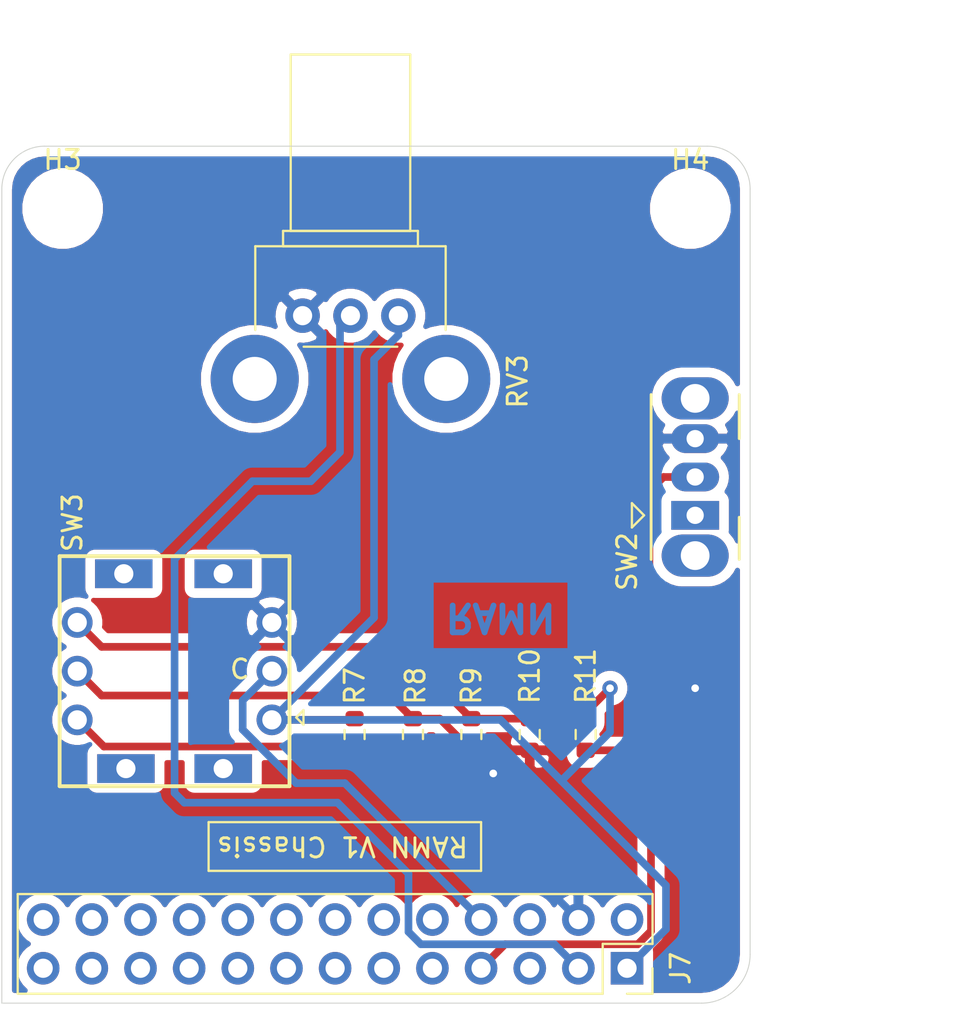
<source format=kicad_pcb>
(kicad_pcb (version 20171130) (host pcbnew "(5.1.8)-1")

  (general
    (thickness 1.6)
    (drawings 21)
    (tracks 59)
    (zones 0)
    (modules 11)
    (nets 31)
  )

  (page A4)
  (layers
    (0 F.Cu signal)
    (31 B.Cu signal)
    (32 B.Adhes user hide)
    (33 F.Adhes user hide)
    (34 B.Paste user hide)
    (35 F.Paste user hide)
    (36 B.SilkS user)
    (37 F.SilkS user)
    (38 B.Mask user hide)
    (39 F.Mask user hide)
    (40 Dwgs.User user)
    (41 Cmts.User user hide)
    (42 Eco1.User user)
    (43 Eco2.User user)
    (44 Edge.Cuts user)
    (45 Margin user)
    (46 B.CrtYd user)
    (47 F.CrtYd user)
    (48 B.Fab user hide)
    (49 F.Fab user hide)
  )

  (setup
    (last_trace_width 0.4)
    (trace_clearance 0.2)
    (zone_clearance 0.508)
    (zone_45_only no)
    (trace_min 0.2)
    (via_size 0.8)
    (via_drill 0.4)
    (via_min_size 0.4)
    (via_min_drill 0.3)
    (uvia_size 0.3)
    (uvia_drill 0.1)
    (uvias_allowed no)
    (uvia_min_size 0.2)
    (uvia_min_drill 0.1)
    (edge_width 0.05)
    (segment_width 0.2)
    (pcb_text_width 0.3)
    (pcb_text_size 1.5 1.5)
    (mod_edge_width 0.12)
    (mod_text_size 1 1)
    (mod_text_width 0.15)
    (pad_size 1.524 1.524)
    (pad_drill 0.762)
    (pad_to_mask_clearance 0.051)
    (solder_mask_min_width 0.25)
    (aux_axis_origin 19.05 20.32)
    (visible_elements 7FFFFFFF)
    (pcbplotparams
      (layerselection 0x010ec_ffffffff)
      (usegerberextensions false)
      (usegerberattributes false)
      (usegerberadvancedattributes false)
      (creategerberjobfile false)
      (excludeedgelayer true)
      (linewidth 0.100000)
      (plotframeref false)
      (viasonmask false)
      (mode 1)
      (useauxorigin false)
      (hpglpennumber 1)
      (hpglpenspeed 20)
      (hpglpendiameter 15.000000)
      (psnegative false)
      (psa4output false)
      (plotreference true)
      (plotvalue true)
      (plotinvisibletext false)
      (padsonsilk false)
      (subtractmaskfromsilk false)
      (outputformat 4)
      (mirror false)
      (drillshape 0)
      (scaleselection 1)
      (outputdirectory "CAD/"))
  )

  (net 0 "")
  (net 1 GND)
  (net 2 /3V3_ECU)
  (net 3 SW1)
  (net 4 Wheel)
  (net 5 +5V)
  (net 6 Lamp)
  (net 7 "Net-(J7-Pad26)")
  (net 8 "Net-(J7-Pad25)")
  (net 9 "Net-(J7-Pad24)")
  (net 10 "Net-(J7-Pad23)")
  (net 11 "Net-(J7-Pad22)")
  (net 12 "Net-(J7-Pad21)")
  (net 13 "Net-(J7-Pad20)")
  (net 14 "Net-(J7-Pad19)")
  (net 15 "Net-(J7-Pad18)")
  (net 16 "Net-(J7-Pad17)")
  (net 17 "Net-(J7-Pad16)")
  (net 18 "Net-(J7-Pad15)")
  (net 19 "Net-(J7-Pad14)")
  (net 20 "Net-(J7-Pad13)")
  (net 21 "Net-(J7-Pad12)")
  (net 22 "Net-(J7-Pad11)")
  (net 23 "Net-(J7-Pad10)")
  (net 24 "Net-(J7-Pad9)")
  (net 25 "Net-(J7-Pad6)")
  (net 26 "Net-(J7-Pad5)")
  (net 27 "Net-(SW2-Pad1)")
  (net 28 "Net-(R7-Pad2)")
  (net 29 "Net-(R8-Pad2)")
  (net 30 "Net-(R10-Pad1)")

  (net_class Default "This is the default net class."
    (clearance 0.2)
    (trace_width 0.4)
    (via_dia 0.8)
    (via_drill 0.4)
    (uvia_dia 0.3)
    (uvia_drill 0.1)
    (add_net +5V)
    (add_net /3V3_ECU)
    (add_net GND)
    (add_net Lamp)
    (add_net "Net-(J7-Pad10)")
    (add_net "Net-(J7-Pad11)")
    (add_net "Net-(J7-Pad12)")
    (add_net "Net-(J7-Pad13)")
    (add_net "Net-(J7-Pad14)")
    (add_net "Net-(J7-Pad15)")
    (add_net "Net-(J7-Pad16)")
    (add_net "Net-(J7-Pad17)")
    (add_net "Net-(J7-Pad18)")
    (add_net "Net-(J7-Pad19)")
    (add_net "Net-(J7-Pad20)")
    (add_net "Net-(J7-Pad21)")
    (add_net "Net-(J7-Pad22)")
    (add_net "Net-(J7-Pad23)")
    (add_net "Net-(J7-Pad24)")
    (add_net "Net-(J7-Pad25)")
    (add_net "Net-(J7-Pad26)")
    (add_net "Net-(J7-Pad5)")
    (add_net "Net-(J7-Pad6)")
    (add_net "Net-(J7-Pad9)")
    (add_net "Net-(R10-Pad1)")
    (add_net "Net-(R7-Pad2)")
    (add_net "Net-(R8-Pad2)")
    (add_net "Net-(SW2-Pad1)")
    (add_net SW1)
    (add_net Wheel)
  )

  (module Resistor_SMD:R_0603_1608Metric (layer F.Cu) (tedit 5F68FEEE) (tstamp 5FC7397B)
    (at 62.865 51.308 90)
    (descr "Resistor SMD 0603 (1608 Metric), square (rectangular) end terminal, IPC_7351 nominal, (Body size source: IPC-SM-782 page 72, https://www.pcb-3d.com/wordpress/wp-content/uploads/ipc-sm-782a_amendment_1_and_2.pdf), generated with kicad-footprint-generator")
    (tags resistor)
    (path /5FC76E07)
    (attr smd)
    (fp_text reference R11 (at 3.048 0 270) (layer F.SilkS)
      (effects (font (size 1 1) (thickness 0.15)))
    )
    (fp_text value 10k (at 0 1.43 90) (layer F.Fab)
      (effects (font (size 1 1) (thickness 0.15)))
    )
    (fp_line (start -0.8 0.4125) (end -0.8 -0.4125) (layer F.Fab) (width 0.1))
    (fp_line (start -0.8 -0.4125) (end 0.8 -0.4125) (layer F.Fab) (width 0.1))
    (fp_line (start 0.8 -0.4125) (end 0.8 0.4125) (layer F.Fab) (width 0.1))
    (fp_line (start 0.8 0.4125) (end -0.8 0.4125) (layer F.Fab) (width 0.1))
    (fp_line (start -0.237258 -0.5225) (end 0.237258 -0.5225) (layer F.SilkS) (width 0.12))
    (fp_line (start -0.237258 0.5225) (end 0.237258 0.5225) (layer F.SilkS) (width 0.12))
    (fp_line (start -1.48 0.73) (end -1.48 -0.73) (layer F.CrtYd) (width 0.05))
    (fp_line (start -1.48 -0.73) (end 1.48 -0.73) (layer F.CrtYd) (width 0.05))
    (fp_line (start 1.48 -0.73) (end 1.48 0.73) (layer F.CrtYd) (width 0.05))
    (fp_line (start 1.48 0.73) (end -1.48 0.73) (layer F.CrtYd) (width 0.05))
    (fp_text user %R (at 0 0 90) (layer F.Fab)
      (effects (font (size 0.4 0.4) (thickness 0.06)))
    )
    (pad 2 smd roundrect (at 0.825 0 90) (size 0.8 0.95) (layers F.Cu F.Paste F.Mask) (roundrect_rratio 0.25)
      (net 2 /3V3_ECU))
    (pad 1 smd roundrect (at -0.825 0 90) (size 0.8 0.95) (layers F.Cu F.Paste F.Mask) (roundrect_rratio 0.25)
      (net 3 SW1))
    (model ${KISYS3DMOD}/Resistor_SMD.3dshapes/R_0603_1608Metric.wrl
      (at (xyz 0 0 0))
      (scale (xyz 1 1 1))
      (rotate (xyz 0 0 0))
    )
  )

  (module Resistor_SMD:R_0603_1608Metric (layer F.Cu) (tedit 5F68FEEE) (tstamp 5FC0F83B)
    (at 59.944 51.308 270)
    (descr "Resistor SMD 0603 (1608 Metric), square (rectangular) end terminal, IPC_7351 nominal, (Body size source: IPC-SM-782 page 72, https://www.pcb-3d.com/wordpress/wp-content/uploads/ipc-sm-782a_amendment_1_and_2.pdf), generated with kicad-footprint-generator")
    (tags resistor)
    (path /5FC1E6F1)
    (attr smd)
    (fp_text reference R10 (at -3.048 0 270) (layer F.SilkS)
      (effects (font (size 1 1) (thickness 0.15)))
    )
    (fp_text value 10k (at 0 1.43 90) (layer F.Fab)
      (effects (font (size 1 1) (thickness 0.15)))
    )
    (fp_line (start 1.48 0.73) (end -1.48 0.73) (layer F.CrtYd) (width 0.05))
    (fp_line (start 1.48 -0.73) (end 1.48 0.73) (layer F.CrtYd) (width 0.05))
    (fp_line (start -1.48 -0.73) (end 1.48 -0.73) (layer F.CrtYd) (width 0.05))
    (fp_line (start -1.48 0.73) (end -1.48 -0.73) (layer F.CrtYd) (width 0.05))
    (fp_line (start -0.237258 0.5225) (end 0.237258 0.5225) (layer F.SilkS) (width 0.12))
    (fp_line (start -0.237258 -0.5225) (end 0.237258 -0.5225) (layer F.SilkS) (width 0.12))
    (fp_line (start 0.8 0.4125) (end -0.8 0.4125) (layer F.Fab) (width 0.1))
    (fp_line (start 0.8 -0.4125) (end 0.8 0.4125) (layer F.Fab) (width 0.1))
    (fp_line (start -0.8 -0.4125) (end 0.8 -0.4125) (layer F.Fab) (width 0.1))
    (fp_line (start -0.8 0.4125) (end -0.8 -0.4125) (layer F.Fab) (width 0.1))
    (fp_text user %R (at 0 0 90) (layer F.Fab)
      (effects (font (size 0.4 0.4) (thickness 0.06)))
    )
    (pad 2 smd roundrect (at 0.825 0 270) (size 0.8 0.95) (layers F.Cu F.Paste F.Mask) (roundrect_rratio 0.25)
      (net 1 GND))
    (pad 1 smd roundrect (at -0.825 0 270) (size 0.8 0.95) (layers F.Cu F.Paste F.Mask) (roundrect_rratio 0.25)
      (net 30 "Net-(R10-Pad1)"))
    (model ${KISYS3DMOD}/Resistor_SMD.3dshapes/R_0603_1608Metric.wrl
      (at (xyz 0 0 0))
      (scale (xyz 1 1 1))
      (rotate (xyz 0 0 0))
    )
  )

  (module Resistor_SMD:R_0603_1608Metric (layer F.Cu) (tedit 5F68FEEE) (tstamp 5FC0F82A)
    (at 56.896 51.308 90)
    (descr "Resistor SMD 0603 (1608 Metric), square (rectangular) end terminal, IPC_7351 nominal, (Body size source: IPC-SM-782 page 72, https://www.pcb-3d.com/wordpress/wp-content/uploads/ipc-sm-782a_amendment_1_and_2.pdf), generated with kicad-footprint-generator")
    (tags resistor)
    (path /5FC1C8F6)
    (attr smd)
    (fp_text reference R9 (at 2.54 0 270) (layer F.SilkS)
      (effects (font (size 1 1) (thickness 0.15)))
    )
    (fp_text value 10k (at 0 1.43 90) (layer F.Fab)
      (effects (font (size 1 1) (thickness 0.15)))
    )
    (fp_line (start 1.48 0.73) (end -1.48 0.73) (layer F.CrtYd) (width 0.05))
    (fp_line (start 1.48 -0.73) (end 1.48 0.73) (layer F.CrtYd) (width 0.05))
    (fp_line (start -1.48 -0.73) (end 1.48 -0.73) (layer F.CrtYd) (width 0.05))
    (fp_line (start -1.48 0.73) (end -1.48 -0.73) (layer F.CrtYd) (width 0.05))
    (fp_line (start -0.237258 0.5225) (end 0.237258 0.5225) (layer F.SilkS) (width 0.12))
    (fp_line (start -0.237258 -0.5225) (end 0.237258 -0.5225) (layer F.SilkS) (width 0.12))
    (fp_line (start 0.8 0.4125) (end -0.8 0.4125) (layer F.Fab) (width 0.1))
    (fp_line (start 0.8 -0.4125) (end 0.8 0.4125) (layer F.Fab) (width 0.1))
    (fp_line (start -0.8 -0.4125) (end 0.8 -0.4125) (layer F.Fab) (width 0.1))
    (fp_line (start -0.8 0.4125) (end -0.8 -0.4125) (layer F.Fab) (width 0.1))
    (fp_text user %R (at 0 0 90) (layer F.Fab)
      (effects (font (size 0.4 0.4) (thickness 0.06)))
    )
    (pad 2 smd roundrect (at 0.825 0 90) (size 0.8 0.95) (layers F.Cu F.Paste F.Mask) (roundrect_rratio 0.25)
      (net 30 "Net-(R10-Pad1)"))
    (pad 1 smd roundrect (at -0.825 0 90) (size 0.8 0.95) (layers F.Cu F.Paste F.Mask) (roundrect_rratio 0.25)
      (net 29 "Net-(R8-Pad2)"))
    (model ${KISYS3DMOD}/Resistor_SMD.3dshapes/R_0603_1608Metric.wrl
      (at (xyz 0 0 0))
      (scale (xyz 1 1 1))
      (rotate (xyz 0 0 0))
    )
  )

  (module Resistor_SMD:R_0603_1608Metric (layer F.Cu) (tedit 5F68FEEE) (tstamp 5FC0F819)
    (at 53.848 51.308 90)
    (descr "Resistor SMD 0603 (1608 Metric), square (rectangular) end terminal, IPC_7351 nominal, (Body size source: IPC-SM-782 page 72, https://www.pcb-3d.com/wordpress/wp-content/uploads/ipc-sm-782a_amendment_1_and_2.pdf), generated with kicad-footprint-generator")
    (tags resistor)
    (path /5FC1B743)
    (attr smd)
    (fp_text reference R8 (at 2.54 0.127 270) (layer F.SilkS)
      (effects (font (size 1 1) (thickness 0.15)))
    )
    (fp_text value 10k (at 0 1.43 90) (layer F.Fab)
      (effects (font (size 1 1) (thickness 0.15)))
    )
    (fp_line (start 1.48 0.73) (end -1.48 0.73) (layer F.CrtYd) (width 0.05))
    (fp_line (start 1.48 -0.73) (end 1.48 0.73) (layer F.CrtYd) (width 0.05))
    (fp_line (start -1.48 -0.73) (end 1.48 -0.73) (layer F.CrtYd) (width 0.05))
    (fp_line (start -1.48 0.73) (end -1.48 -0.73) (layer F.CrtYd) (width 0.05))
    (fp_line (start -0.237258 0.5225) (end 0.237258 0.5225) (layer F.SilkS) (width 0.12))
    (fp_line (start -0.237258 -0.5225) (end 0.237258 -0.5225) (layer F.SilkS) (width 0.12))
    (fp_line (start 0.8 0.4125) (end -0.8 0.4125) (layer F.Fab) (width 0.1))
    (fp_line (start 0.8 -0.4125) (end 0.8 0.4125) (layer F.Fab) (width 0.1))
    (fp_line (start -0.8 -0.4125) (end 0.8 -0.4125) (layer F.Fab) (width 0.1))
    (fp_line (start -0.8 0.4125) (end -0.8 -0.4125) (layer F.Fab) (width 0.1))
    (fp_text user %R (at 0 0 90) (layer F.Fab)
      (effects (font (size 0.4 0.4) (thickness 0.06)))
    )
    (pad 2 smd roundrect (at 0.825 0 90) (size 0.8 0.95) (layers F.Cu F.Paste F.Mask) (roundrect_rratio 0.25)
      (net 29 "Net-(R8-Pad2)"))
    (pad 1 smd roundrect (at -0.825 0 90) (size 0.8 0.95) (layers F.Cu F.Paste F.Mask) (roundrect_rratio 0.25)
      (net 28 "Net-(R7-Pad2)"))
    (model ${KISYS3DMOD}/Resistor_SMD.3dshapes/R_0603_1608Metric.wrl
      (at (xyz 0 0 0))
      (scale (xyz 1 1 1))
      (rotate (xyz 0 0 0))
    )
  )

  (module Resistor_SMD:R_0603_1608Metric (layer F.Cu) (tedit 5F68FEEE) (tstamp 5FC0F808)
    (at 50.8 51.308 270)
    (descr "Resistor SMD 0603 (1608 Metric), square (rectangular) end terminal, IPC_7351 nominal, (Body size source: IPC-SM-782 page 72, https://www.pcb-3d.com/wordpress/wp-content/uploads/ipc-sm-782a_amendment_1_and_2.pdf), generated with kicad-footprint-generator")
    (tags resistor)
    (path /5FC11ACA)
    (attr smd)
    (fp_text reference R7 (at -2.54 0 270) (layer F.SilkS)
      (effects (font (size 1 1) (thickness 0.15)))
    )
    (fp_text value 10k (at 0 1.43 90) (layer F.Fab)
      (effects (font (size 1 1) (thickness 0.15)))
    )
    (fp_line (start 1.48 0.73) (end -1.48 0.73) (layer F.CrtYd) (width 0.05))
    (fp_line (start 1.48 -0.73) (end 1.48 0.73) (layer F.CrtYd) (width 0.05))
    (fp_line (start -1.48 -0.73) (end 1.48 -0.73) (layer F.CrtYd) (width 0.05))
    (fp_line (start -1.48 0.73) (end -1.48 -0.73) (layer F.CrtYd) (width 0.05))
    (fp_line (start -0.237258 0.5225) (end 0.237258 0.5225) (layer F.SilkS) (width 0.12))
    (fp_line (start -0.237258 -0.5225) (end 0.237258 -0.5225) (layer F.SilkS) (width 0.12))
    (fp_line (start 0.8 0.4125) (end -0.8 0.4125) (layer F.Fab) (width 0.1))
    (fp_line (start 0.8 -0.4125) (end 0.8 0.4125) (layer F.Fab) (width 0.1))
    (fp_line (start -0.8 -0.4125) (end 0.8 -0.4125) (layer F.Fab) (width 0.1))
    (fp_line (start -0.8 0.4125) (end -0.8 -0.4125) (layer F.Fab) (width 0.1))
    (fp_text user %R (at 0 0 90) (layer F.Fab)
      (effects (font (size 0.4 0.4) (thickness 0.06)))
    )
    (pad 2 smd roundrect (at 0.825 0 270) (size 0.8 0.95) (layers F.Cu F.Paste F.Mask) (roundrect_rratio 0.25)
      (net 28 "Net-(R7-Pad2)"))
    (pad 1 smd roundrect (at -0.825 0 270) (size 0.8 0.95) (layers F.Cu F.Paste F.Mask) (roundrect_rratio 0.25)
      (net 2 /3V3_ECU))
    (model ${KISYS3DMOD}/Resistor_SMD.3dshapes/R_0603_1608Metric.wrl
      (at (xyz 0 0 0))
      (scale (xyz 1 1 1))
      (rotate (xyz 0 0 0))
    )
  )

  (module MountingHole:MountingHole_3.2mm_M3_ISO7380 (layer F.Cu) (tedit 56D1B4CB) (tstamp 5FC0F799)
    (at 68.326 23.876)
    (descr "Mounting Hole 3.2mm, no annular, M3, ISO7380")
    (tags "mounting hole 3.2mm no annular m3 iso7380")
    (path /5FC10AC6)
    (attr virtual)
    (fp_text reference H4 (at 0 -2.54) (layer F.SilkS)
      (effects (font (size 1 1) (thickness 0.15)))
    )
    (fp_text value MountingHole (at 0 3.85) (layer F.Fab)
      (effects (font (size 1 1) (thickness 0.15)))
    )
    (fp_circle (center 0 0) (end 3.1 0) (layer F.CrtYd) (width 0.05))
    (fp_circle (center 0 0) (end 2.85 0) (layer Cmts.User) (width 0.15))
    (fp_text user %R (at 0.3 0) (layer F.Fab)
      (effects (font (size 1 1) (thickness 0.15)))
    )
    (pad 1 np_thru_hole circle (at 0 0) (size 3.2 3.2) (drill 3.2) (layers *.Cu *.Mask))
  )

  (module Akiyuki_UI:NR01 (layer F.Cu) (tedit 5AFB82C4) (tstamp 5FC0EE02)
    (at 41.402 48.006 180)
    (path /5FC0F272)
    (fp_text reference SW3 (at 5.334 7.747 90) (layer F.SilkS)
      (effects (font (size 1 1) (thickness 0.15)))
    )
    (fp_text value NKK_NR01 (at 0 -7) (layer F.Fab)
      (effects (font (size 1 1) (thickness 0.15)))
    )
    (fp_line (start -6 -6) (end -6 6) (layer F.SilkS) (width 0.2))
    (fp_line (start -6 6) (end 6 6) (layer F.SilkS) (width 0.2))
    (fp_line (start 6 6) (end 6 -6) (layer F.SilkS) (width 0.2))
    (fp_line (start 6 -6) (end -6 -6) (layer F.SilkS) (width 0.2))
    (fp_text user C (at -3.4 0.1) (layer F.SilkS)
      (effects (font (size 1 1) (thickness 0.15)))
    )
    (pad "" thru_hole rect (at -2.54 5.08 180) (size 3 1.5) (drill 1) (layers *.Cu *.Mask))
    (pad "" thru_hole rect (at 2.65 5.08 180) (size 3 1.5) (drill 1) (layers *.Cu *.Mask))
    (pad "" thru_hole rect (at 2.54 -5.08 180) (size 3 1.5) (drill 1) (layers *.Cu *.Mask))
    (pad "" thru_hole rect (at -2.54 -5.08 180) (size 3 1.5) (drill 1) (layers *.Cu *.Mask))
    (pad 1 thru_hole circle (at -5.08 -2.54 180) (size 1.6 1.6) (drill 1) (layers *.Cu *.Mask)
      (net 2 /3V3_ECU))
    (pad 3 thru_hole circle (at -5.08 0 180) (size 1.6 1.6) (drill 1) (layers *.Cu *.Mask)
      (net 6 Lamp))
    (pad 5 thru_hole circle (at -5.08 2.54 180) (size 1.6 1.6) (drill 1) (layers *.Cu *.Mask)
      (net 1 GND))
    (pad 6 thru_hole circle (at 5.08 2.54 180) (size 1.6 1.6) (drill 1) (layers *.Cu *.Mask)
      (net 30 "Net-(R10-Pad1)"))
    (pad 2 thru_hole circle (at 5.08 -2.54 180) (size 1.6 1.6) (drill 1) (layers *.Cu *.Mask)
      (net 28 "Net-(R7-Pad2)"))
    (pad 4 thru_hole circle (at 5.08 0 180) (size 1.6 1.6) (drill 1) (layers *.Cu *.Mask)
      (net 29 "Net-(R8-Pad2)"))
  )

  (module Connector_PinSocket_2.54mm:PinSocket_2x13_P2.54mm_Vertical (layer F.Cu) (tedit 5A19A430) (tstamp 5D80B353)
    (at 65.024 63.5 270)
    (descr "Through hole straight socket strip, 2x13, 2.54mm pitch, double cols (from Kicad 4.0.7), script generated")
    (tags "Through hole socket strip THT 2x13 2.54mm double row")
    (path /5D87B279)
    (fp_text reference J7 (at 0 -2.794 90) (layer F.SilkS)
      (effects (font (size 1 1) (thickness 0.15)))
    )
    (fp_text value " " (at -1.27 33.25 270) (layer F.Fab)
      (effects (font (size 1 1) (thickness 0.15)))
    )
    (fp_line (start -3.81 -1.27) (end 0.27 -1.27) (layer F.Fab) (width 0.1))
    (fp_line (start 0.27 -1.27) (end 1.27 -0.27) (layer F.Fab) (width 0.1))
    (fp_line (start 1.27 -0.27) (end 1.27 31.75) (layer F.Fab) (width 0.1))
    (fp_line (start 1.27 31.75) (end -3.81 31.75) (layer F.Fab) (width 0.1))
    (fp_line (start -3.81 31.75) (end -3.81 -1.27) (layer F.Fab) (width 0.1))
    (fp_line (start -3.87 -1.33) (end -1.27 -1.33) (layer F.SilkS) (width 0.12))
    (fp_line (start -3.87 -1.33) (end -3.87 31.81) (layer F.SilkS) (width 0.12))
    (fp_line (start -3.87 31.81) (end 1.33 31.81) (layer F.SilkS) (width 0.12))
    (fp_line (start 1.33 1.27) (end 1.33 31.81) (layer F.SilkS) (width 0.12))
    (fp_line (start -1.27 1.27) (end 1.33 1.27) (layer F.SilkS) (width 0.12))
    (fp_line (start -1.27 -1.33) (end -1.27 1.27) (layer F.SilkS) (width 0.12))
    (fp_line (start 1.33 -1.33) (end 1.33 0) (layer F.SilkS) (width 0.12))
    (fp_line (start 0 -1.33) (end 1.33 -1.33) (layer F.SilkS) (width 0.12))
    (fp_line (start -4.34 -1.8) (end 1.76 -1.8) (layer F.CrtYd) (width 0.05))
    (fp_line (start 1.76 -1.8) (end 1.76 32.25) (layer F.CrtYd) (width 0.05))
    (fp_line (start 1.76 32.25) (end -4.34 32.25) (layer F.CrtYd) (width 0.05))
    (fp_line (start -4.34 32.25) (end -4.34 -1.8) (layer F.CrtYd) (width 0.05))
    (fp_text user %R (at -1.27 15.24 180) (layer F.Fab)
      (effects (font (size 1 1) (thickness 0.15)))
    )
    (pad 26 thru_hole oval (at -2.54 30.48 270) (size 1.7 1.7) (drill 1) (layers *.Cu *.Mask)
      (net 7 "Net-(J7-Pad26)"))
    (pad 25 thru_hole oval (at 0 30.48 270) (size 1.7 1.7) (drill 1) (layers *.Cu *.Mask)
      (net 8 "Net-(J7-Pad25)"))
    (pad 24 thru_hole oval (at -2.54 27.94 270) (size 1.7 1.7) (drill 1) (layers *.Cu *.Mask)
      (net 9 "Net-(J7-Pad24)"))
    (pad 23 thru_hole oval (at 0 27.94 270) (size 1.7 1.7) (drill 1) (layers *.Cu *.Mask)
      (net 10 "Net-(J7-Pad23)"))
    (pad 22 thru_hole oval (at -2.54 25.4 270) (size 1.7 1.7) (drill 1) (layers *.Cu *.Mask)
      (net 11 "Net-(J7-Pad22)"))
    (pad 21 thru_hole oval (at 0 25.4 270) (size 1.7 1.7) (drill 1) (layers *.Cu *.Mask)
      (net 12 "Net-(J7-Pad21)"))
    (pad 20 thru_hole oval (at -2.54 22.86 270) (size 1.7 1.7) (drill 1) (layers *.Cu *.Mask)
      (net 13 "Net-(J7-Pad20)"))
    (pad 19 thru_hole oval (at 0 22.86 270) (size 1.7 1.7) (drill 1) (layers *.Cu *.Mask)
      (net 14 "Net-(J7-Pad19)"))
    (pad 18 thru_hole oval (at -2.54 20.32 270) (size 1.7 1.7) (drill 1) (layers *.Cu *.Mask)
      (net 15 "Net-(J7-Pad18)"))
    (pad 17 thru_hole oval (at 0 20.32 270) (size 1.7 1.7) (drill 1) (layers *.Cu *.Mask)
      (net 16 "Net-(J7-Pad17)"))
    (pad 16 thru_hole oval (at -2.54 17.78 270) (size 1.7 1.7) (drill 1) (layers *.Cu *.Mask)
      (net 17 "Net-(J7-Pad16)"))
    (pad 15 thru_hole oval (at 0 17.78 270) (size 1.7 1.7) (drill 1) (layers *.Cu *.Mask)
      (net 18 "Net-(J7-Pad15)"))
    (pad 14 thru_hole oval (at -2.54 15.24 270) (size 1.7 1.7) (drill 1) (layers *.Cu *.Mask)
      (net 19 "Net-(J7-Pad14)"))
    (pad 13 thru_hole oval (at 0 15.24 270) (size 1.7 1.7) (drill 1) (layers *.Cu *.Mask)
      (net 20 "Net-(J7-Pad13)"))
    (pad 12 thru_hole oval (at -2.54 12.7 270) (size 1.7 1.7) (drill 1) (layers *.Cu *.Mask)
      (net 21 "Net-(J7-Pad12)"))
    (pad 11 thru_hole oval (at 0 12.7 270) (size 1.7 1.7) (drill 1) (layers *.Cu *.Mask)
      (net 22 "Net-(J7-Pad11)"))
    (pad 10 thru_hole oval (at -2.54 10.16 270) (size 1.7 1.7) (drill 1) (layers *.Cu *.Mask)
      (net 23 "Net-(J7-Pad10)"))
    (pad 9 thru_hole oval (at 0 10.16 270) (size 1.7 1.7) (drill 1) (layers *.Cu *.Mask)
      (net 24 "Net-(J7-Pad9)"))
    (pad 8 thru_hole oval (at -2.54 7.62 270) (size 1.7 1.7) (drill 1) (layers *.Cu *.Mask)
      (net 6 Lamp))
    (pad 7 thru_hole oval (at 0 7.62 270) (size 1.7 1.7) (drill 1) (layers *.Cu *.Mask)
      (net 3 SW1))
    (pad 6 thru_hole oval (at -2.54 5.08 270) (size 1.7 1.7) (drill 1) (layers *.Cu *.Mask)
      (net 25 "Net-(J7-Pad6)"))
    (pad 5 thru_hole oval (at 0 5.08 270) (size 1.7 1.7) (drill 1) (layers *.Cu *.Mask)
      (net 26 "Net-(J7-Pad5)"))
    (pad 4 thru_hole oval (at -2.54 2.54 270) (size 1.7 1.7) (drill 1) (layers *.Cu *.Mask)
      (net 1 GND))
    (pad 3 thru_hole oval (at 0 2.54 270) (size 1.7 1.7) (drill 1) (layers *.Cu *.Mask)
      (net 4 Wheel))
    (pad 2 thru_hole oval (at -2.54 0 270) (size 1.7 1.7) (drill 1) (layers *.Cu *.Mask)
      (net 5 +5V))
    (pad 1 thru_hole rect (at 0 0 270) (size 1.7 1.7) (drill 1) (layers *.Cu *.Mask)
      (net 2 /3V3_ECU))
    (model ${KISYS3DMOD}/Connector_PinSocket_2.54mm.3dshapes/PinSocket_2x13_P2.54mm_Vertical.wrl
      (at (xyz 0 0 0))
      (scale (xyz 1 1 1))
      (rotate (xyz 0 0 0))
    )
    (model ${KISYS3DMOD}/Connector_PinHeader_2.54mm.3dshapes/PinHeader_2x13_P2.54mm_Vertical.wrl
      (offset (xyz -2.54 -30.48 2))
      (scale (xyz 1 1 1))
      (rotate (xyz 180 0 0))
    )
  )

  (module Potentiometer_THT:Potentiometer_Bourns_PTV09A-2_Single_Horizontal (layer F.Cu) (tedit 5A3D4993) (tstamp 5FC0D83E)
    (at 53.086 29.464 90)
    (descr "Potentiometer, horizontal, Bourns PTV09A-2 Single, http://www.bourns.com/docs/Product-Datasheets/ptv09.pdf")
    (tags "Potentiometer horizontal Bourns PTV09A-2 Single")
    (path /5D829CAB)
    (fp_text reference RV3 (at -3.429 6.223 90 unlocked) (layer F.SilkS)
      (effects (font (size 1 1) (thickness 0.15)))
    )
    (fp_text value R_POT_TRIM_US (at 0 6.05 90) (layer F.Fab)
      (effects (font (size 1 1) (thickness 0.15)))
    )
    (fp_line (start -1.5 -7.35) (end -1.5 2.35) (layer F.Fab) (width 0.1))
    (fp_line (start -1.5 2.35) (end 3.5 2.35) (layer F.Fab) (width 0.1))
    (fp_line (start 3.5 2.35) (end 3.5 -7.35) (layer F.Fab) (width 0.1))
    (fp_line (start 3.5 -7.35) (end -1.5 -7.35) (layer F.Fab) (width 0.1))
    (fp_line (start 3.5 -5.9) (end 3.5 0.9) (layer F.Fab) (width 0.1))
    (fp_line (start 3.5 0.9) (end 4.3 0.9) (layer F.Fab) (width 0.1))
    (fp_line (start 4.3 0.9) (end 4.3 -5.9) (layer F.Fab) (width 0.1))
    (fp_line (start 4.3 -5.9) (end 3.5 -5.9) (layer F.Fab) (width 0.1))
    (fp_line (start 4.3 -5.5) (end 4.3 0.5) (layer F.Fab) (width 0.1))
    (fp_line (start 4.3 0.5) (end 13.5 0.5) (layer F.Fab) (width 0.1))
    (fp_line (start 13.5 0.5) (end 13.5 -5.5) (layer F.Fab) (width 0.1))
    (fp_line (start 13.5 -5.5) (end 4.3 -5.5) (layer F.Fab) (width 0.1))
    (fp_line (start -0.745 -7.47) (end 3.62 -7.47) (layer F.SilkS) (width 0.12))
    (fp_line (start -0.745 2.47) (end 3.62 2.47) (layer F.SilkS) (width 0.12))
    (fp_line (start -1.62 -4.944) (end -1.62 -0.055) (layer F.SilkS) (width 0.12))
    (fp_line (start 3.62 -7.47) (end 3.62 2.47) (layer F.SilkS) (width 0.12))
    (fp_line (start 3.62 -6.02) (end 4.42 -6.02) (layer F.SilkS) (width 0.12))
    (fp_line (start 3.62 1.02) (end 4.42 1.02) (layer F.SilkS) (width 0.12))
    (fp_line (start 3.62 -6.02) (end 3.62 1.02) (layer F.SilkS) (width 0.12))
    (fp_line (start 4.42 -6.02) (end 4.42 1.02) (layer F.SilkS) (width 0.12))
    (fp_line (start 4.42 -5.62) (end 13.62 -5.62) (layer F.SilkS) (width 0.12))
    (fp_line (start 4.42 0.62) (end 13.62 0.62) (layer F.SilkS) (width 0.12))
    (fp_line (start 4.42 -5.62) (end 4.42 0.62) (layer F.SilkS) (width 0.12))
    (fp_line (start 13.62 -5.62) (end 13.62 0.62) (layer F.SilkS) (width 0.12))
    (fp_line (start -5.85 -10.05) (end -5.85 5.1) (layer F.CrtYd) (width 0.05))
    (fp_line (start -5.85 5.1) (end 13.75 5.1) (layer F.CrtYd) (width 0.05))
    (fp_line (start 13.75 5.1) (end 13.75 -10.05) (layer F.CrtYd) (width 0.05))
    (fp_line (start 13.75 -10.05) (end -5.85 -10.05) (layer F.CrtYd) (width 0.05))
    (fp_text user %R (at 1 -2.5 90) (layer F.Fab)
      (effects (font (size 1 1) (thickness 0.15)))
    )
    (pad "" thru_hole circle (at -3.3 2.5 90) (size 4.6 4.6) (drill 2.3) (layers *.Cu *.Mask))
    (pad "" thru_hole circle (at -3.3 -7.5 90) (size 4.6 4.6) (drill 2.3) (layers *.Cu *.Mask))
    (pad 1 thru_hole circle (at 0 0 90) (size 1.8 1.8) (drill 1) (layers *.Cu *.Mask)
      (net 2 /3V3_ECU))
    (pad 2 thru_hole circle (at 0 -2.5 90) (size 1.8 1.8) (drill 1) (layers *.Cu *.Mask)
      (net 4 Wheel))
    (pad 3 thru_hole circle (at 0 -5 90) (size 1.8 1.8) (drill 1) (layers *.Cu *.Mask)
      (net 1 GND))
    (model ${KISYS3DMOD}/Potentiometer_THT.3dshapes/Potentiometer_Bourns_PTV09A-2_Single_Horizontal.wrl
      (at (xyz 0 0 0))
      (scale (xyz 1 1 1))
      (rotate (xyz 0 0 0))
    )
  )

  (module Button_Switch_THT:SW_CuK_OS102011MA1QN1_SPDT_Angled (layer F.Cu) (tedit 5A02FE31) (tstamp 5FC0CD9C)
    (at 68.58 39.878 90)
    (descr "CuK miniature slide switch, OS series, SPDT, right angle, http://www.ckswitches.com/media/1428/os.pdf")
    (tags "switch SPDT")
    (path /5D823D3F)
    (fp_text reference SW2 (at -2.413 -3.556 90 unlocked) (layer F.SilkS)
      (effects (font (size 1 1) (thickness 0.15)))
    )
    (fp_text value " " (at 1.7 7.7 90) (layer F.Fab)
      (effects (font (size 1 1) (thickness 0.15)))
    )
    (fp_line (start -3.7 -2.7) (end 7.7 -2.7) (layer F.CrtYd) (width 0.05))
    (fp_line (start -3.7 6.7) (end -3.7 -2.7) (layer F.CrtYd) (width 0.05))
    (fp_line (start 7.7 6.7) (end -3.7 6.7) (layer F.CrtYd) (width 0.05))
    (fp_line (start 7.7 -2.7) (end 7.7 6.7) (layer F.CrtYd) (width 0.05))
    (fp_line (start 4 2.3) (end 6.3 2.3) (layer F.SilkS) (width 0.15))
    (fp_line (start -2.3 2.3) (end -0.1 2.3) (layer F.SilkS) (width 0.15))
    (fp_line (start -2.3 -2.3) (end 6.3 -2.3) (layer F.SilkS) (width 0.15))
    (fp_line (start 0 6.2) (end 0 2.2) (layer F.Fab) (width 0.1))
    (fp_line (start 2 6.2) (end 0 6.2) (layer F.Fab) (width 0.1))
    (fp_line (start 2 2.2) (end 2 6.2) (layer F.Fab) (width 0.1))
    (fp_line (start 6.3 2.2) (end 6.3 -2.2) (layer F.Fab) (width 0.1))
    (fp_line (start -2.3 2.2) (end 6.3 2.2) (layer F.Fab) (width 0.1))
    (fp_line (start -2.3 -2.2) (end -2.3 2.2) (layer F.Fab) (width 0.1))
    (fp_line (start -2.3 -2.2) (end 6.3 -2.2) (layer F.Fab) (width 0.1))
    (fp_text user %R (at 2.3 1.7 90) (layer F.Fab)
      (effects (font (size 0.5 0.5) (thickness 0.1)))
    )
    (pad 1 thru_hole rect (at 0 0 90) (size 1.5 2.5) (drill 0.9) (layers *.Cu *.Mask)
      (net 27 "Net-(SW2-Pad1)"))
    (pad 2 thru_hole oval (at 2 0 90) (size 1.5 2.5) (drill 0.9) (layers *.Cu *.Mask)
      (net 3 SW1))
    (pad 3 thru_hole oval (at 4 0 90) (size 1.5 2.5) (drill 0.9) (layers *.Cu *.Mask)
      (net 1 GND))
    (pad "" thru_hole oval (at -2.1 0 90) (size 2.2 3.5) (drill 1.5) (layers *.Cu *.Mask))
    (pad "" thru_hole oval (at 6.1 0 90) (size 2.2 3.5) (drill 1.5) (layers *.Cu *.Mask))
    (model ${KISYS3DMOD}/Button_Switch_THT.3dshapes/SW_CuK_OS102011MA1QN1_SPDT_Angled.wrl
      (at (xyz 0 0 0))
      (scale (xyz 1 1 1))
      (rotate (xyz 0 0 0))
    )
  )

  (module MountingHole:MountingHole_3.2mm_M3_ISO7380 (layer F.Cu) (tedit 56D1B4CB) (tstamp 5FC75A53)
    (at 35.56 23.876)
    (descr "Mounting Hole 3.2mm, no annular, M3, ISO7380")
    (tags "mounting hole 3.2mm no annular m3 iso7380")
    (path /5D80EA60)
    (attr virtual)
    (fp_text reference H3 (at 0 -2.54 180) (layer F.SilkS)
      (effects (font (size 1 1) (thickness 0.15)))
    )
    (fp_text value MountingHole (at 0 3.85) (layer F.Fab)
      (effects (font (size 1 1) (thickness 0.15)))
    )
    (fp_circle (center 0 0) (end 2.85 0) (layer Cmts.User) (width 0.15))
    (fp_circle (center 0 0) (end 3.1 0) (layer F.CrtYd) (width 0.05))
    (fp_text user %R (at 0.3 0) (layer F.Fab)
      (effects (font (size 1 1) (thickness 0.15)))
    )
    (pad 1 np_thru_hole circle (at 0 0) (size 3.2 3.2) (drill 3.2) (layers *.Cu *.Mask))
  )

  (dimension 44.730121 (width 0.15) (layer Dwgs.User)
    (gr_text "44.730 mm" (at 78.646962 42.92166 270.3253558) (layer Dwgs.User)
      (effects (font (size 1 1) (thickness 0.15)))
    )
    (feature1 (pts (xy 66.8274 65.3542) (xy 78.060395 65.290412)))
    (feature2 (pts (xy 66.5734 20.6248) (xy 77.806395 20.561012)))
    (crossbar (pts (xy 77.219983 20.564342) (xy 77.473983 65.293742)))
    (arrow1a (pts (xy 77.473983 65.293742) (xy 76.881175 64.170586)))
    (arrow1b (pts (xy 77.473983 65.293742) (xy 78.053997 64.163926)))
    (arrow2a (pts (xy 77.219983 20.564342) (xy 76.639969 21.694158)))
    (arrow2b (pts (xy 77.219983 20.564342) (xy 77.812791 21.687498)))
  )
  (dimension 39.065274 (width 0.15) (layer Dwgs.User)
    (gr_text "39.065 mm" (at 51.895296 13.69884 0.1117601564) (layer Dwgs.User)
      (effects (font (size 1 1) (thickness 0.15)))
    )
    (feature1 (pts (xy 71.4502 25.0952) (xy 71.429288 14.374319)))
    (feature2 (pts (xy 32.385 25.1714) (xy 32.364088 14.450519)))
    (crossbar (pts (xy 32.365232 15.036938) (xy 71.430432 14.960738)))
    (arrow1a (pts (xy 71.430432 14.960738) (xy 70.305074 15.549355)))
    (arrow1b (pts (xy 71.430432 14.960738) (xy 70.302787 14.376516)))
    (arrow2a (pts (xy 32.365232 15.036938) (xy 33.492877 15.62116)))
    (arrow2b (pts (xy 32.365232 15.036938) (xy 33.49059 14.448321)))
  )
  (gr_line (start 48.133 50.8) (end 47.752 50.419) (layer F.SilkS) (width 0.12) (tstamp 5FC7598F))
  (gr_line (start 48.133 50.038) (end 48.133 50.8) (layer F.SilkS) (width 0.12))
  (gr_line (start 47.752 50.419) (end 48.133 50.038) (layer F.SilkS) (width 0.12))
  (gr_arc (start 68.91 62.78) (end 68.91 65.32) (angle -90) (layer Edge.Cuts) (width 0.05) (tstamp 5FC0C848))
  (gr_line (start 71.45 22.86) (end 71.45 62.78) (layer Edge.Cuts) (width 0.05) (tstamp 5FC0C6E5))
  (gr_line (start 65.278 39.243) (end 65.913 39.878) (layer F.SilkS) (width 0.12) (tstamp 5FC0D98F))
  (gr_line (start 65.278 40.513) (end 65.278 39.243) (layer F.SilkS) (width 0.12) (tstamp 5FC0D98C))
  (gr_line (start 65.913 39.878) (end 65.278 40.513) (layer F.SilkS) (width 0.12) (tstamp 5FC0D992))
  (gr_text RAMN (at 58.42 45.212 180) (layer B.Cu)
    (effects (font (size 1.4 1.4) (thickness 0.3)) (justify mirror))
  )
  (gr_line (start 57.404 58.42) (end 43.18 58.42) (layer F.SilkS) (width 0.12) (tstamp 5DEF83F5))
  (gr_line (start 57.404 55.88) (end 57.404 58.42) (layer F.SilkS) (width 0.12))
  (gr_line (start 43.18 55.88) (end 57.404 55.88) (layer F.SilkS) (width 0.12))
  (gr_line (start 43.18 58.42) (end 43.18 55.88) (layer F.SilkS) (width 0.12))
  (gr_arc (start 34.62 22.86) (end 34.62 20.625) (angle -90) (layer Edge.Cuts) (width 0.05) (tstamp 5E00FFB2))
  (gr_arc (start 69.215 22.86) (end 71.45 22.86) (angle -90) (layer Edge.Cuts) (width 0.05) (tstamp 5FC0C6F2))
  (gr_line (start 34.62 20.625) (end 69.215 20.625) (layer Edge.Cuts) (width 0.05) (tstamp 5D814D71))
  (gr_text "RAMN V1 Chassis " (at 49.784 57.15 180) (layer F.SilkS) (tstamp 5DEF83F2)
    (effects (font (size 1 1) (thickness 0.15)))
  )
  (gr_line (start 32.385 22.86) (end 32.385 65.32) (layer Edge.Cuts) (width 0.05) (tstamp 5D8164D6))
  (gr_line (start 32.385 65.32) (end 68.91 65.32) (layer Edge.Cuts) (width 0.05) (tstamp 5FC0C6D5))

  (segment (start 62.484 60.96) (end 58.039 56.515) (width 0.4) (layer B.Cu) (net 1))
  (segment (start 58.039 56.515) (end 58.039 53.34) (width 0.4) (layer B.Cu) (net 1))
  (via (at 58.039 53.34) (size 0.8) (drill 0.4) (layers F.Cu B.Cu) (net 1))
  (via (at 68.58 48.895) (size 0.8) (drill 0.4) (layers F.Cu B.Cu) (net 1))
  (segment (start 50.737 50.546) (end 46.482 50.546) (width 0.4) (layer F.Cu) (net 2))
  (segment (start 50.8 50.483) (end 50.737 50.546) (width 0.4) (layer F.Cu) (net 2))
  (segment (start 51.816 45.212) (end 46.482 50.546) (width 0.4) (layer B.Cu) (net 2))
  (segment (start 51.816 31.75) (end 51.816 45.212) (width 0.4) (layer B.Cu) (net 2))
  (segment (start 53.086 30.48) (end 51.816 31.75) (width 0.4) (layer B.Cu) (net 2))
  (segment (start 53.086 29.464) (end 53.086 30.48) (width 0.4) (layer B.Cu) (net 2))
  (segment (start 65.024 63.5) (end 67.056 61.468) (width 0.4) (layer B.Cu) (net 2))
  (segment (start 67.056 61.468) (end 67.056 59.182) (width 0.4) (layer B.Cu) (net 2))
  (segment (start 58.42 50.546) (end 46.482 50.546) (width 0.4) (layer B.Cu) (net 2))
  (segment (start 67.056 59.182) (end 61.595 53.721) (width 0.4) (layer B.Cu) (net 2))
  (segment (start 61.595 53.721) (end 58.42 50.546) (width 0.4) (layer B.Cu) (net 2))
  (segment (start 64.135 51.181) (end 64.135 48.895) (width 0.4) (layer B.Cu) (net 2))
  (segment (start 61.595 53.721) (end 64.135 51.181) (width 0.4) (layer B.Cu) (net 2))
  (segment (start 62.865 50.165) (end 64.135 48.895) (width 0.4) (layer F.Cu) (net 2))
  (segment (start 62.865 50.483) (end 62.865 50.165) (width 0.4) (layer F.Cu) (net 2))
  (via (at 64.135 48.895) (size 0.8) (drill 0.4) (layers F.Cu B.Cu) (net 2))
  (segment (start 58.654001 62.249999) (end 57.404 63.5) (width 0.4) (layer F.Cu) (net 3))
  (segment (start 65.584003 62.249999) (end 58.654001 62.249999) (width 0.4) (layer F.Cu) (net 3))
  (segment (start 66.274001 61.560001) (end 65.584003 62.249999) (width 0.4) (layer F.Cu) (net 3))
  (segment (start 62.865 52.133) (end 66.190002 52.133) (width 0.4) (layer F.Cu) (net 3))
  (segment (start 66.274001 52.216999) (end 66.274001 61.560001) (width 0.4) (layer F.Cu) (net 3))
  (segment (start 66.190002 38.617998) (end 66.190002 52.133) (width 0.4) (layer F.Cu) (net 3))
  (segment (start 66.93 37.878) (end 66.190002 38.617998) (width 0.4) (layer F.Cu) (net 3))
  (segment (start 68.58 37.878) (end 66.93 37.878) (width 0.4) (layer F.Cu) (net 3))
  (segment (start 61.233999 62.249999) (end 62.484 63.5) (width 0.4) (layer B.Cu) (net 4))
  (segment (start 53.613999 61.599999) (end 54.263999 62.249999) (width 0.4) (layer B.Cu) (net 4))
  (segment (start 53.613999 58.566999) (end 53.613999 61.599999) (width 0.4) (layer B.Cu) (net 4))
  (segment (start 49.911 54.864) (end 53.613999 58.566999) (width 0.4) (layer B.Cu) (net 4))
  (segment (start 41.91 54.864) (end 49.911 54.864) (width 0.4) (layer B.Cu) (net 4))
  (segment (start 41.402 42.164) (end 41.402 54.356) (width 0.4) (layer B.Cu) (net 4))
  (segment (start 45.466 38.1) (end 41.402 42.164) (width 0.4) (layer B.Cu) (net 4))
  (segment (start 48.514 38.1) (end 45.466 38.1) (width 0.4) (layer B.Cu) (net 4))
  (segment (start 41.402 54.356) (end 41.91 54.864) (width 0.4) (layer B.Cu) (net 4))
  (segment (start 50.038 36.576) (end 48.514 38.1) (width 0.4) (layer B.Cu) (net 4))
  (segment (start 54.263999 62.249999) (end 61.233999 62.249999) (width 0.4) (layer B.Cu) (net 4))
  (segment (start 50.038 30.012) (end 50.038 36.576) (width 0.4) (layer B.Cu) (net 4))
  (segment (start 50.586 29.464) (end 50.038 30.012) (width 0.4) (layer B.Cu) (net 4))
  (segment (start 44.958 49.53) (end 46.482 48.006) (width 0.4) (layer B.Cu) (net 6))
  (segment (start 44.958 51.054) (end 44.958 49.53) (width 0.4) (layer B.Cu) (net 6))
  (segment (start 50.292 53.848) (end 47.752 53.848) (width 0.4) (layer B.Cu) (net 6))
  (segment (start 47.752 53.848) (end 44.958 51.054) (width 0.4) (layer B.Cu) (net 6))
  (segment (start 57.404 60.96) (end 50.292 53.848) (width 0.4) (layer B.Cu) (net 6))
  (segment (start 50.8 52.133) (end 53.848 52.133) (width 0.4) (layer F.Cu) (net 28))
  (segment (start 50.602999 51.935999) (end 37.711999 51.935999) (width 0.4) (layer F.Cu) (net 28))
  (segment (start 37.711999 51.935999) (end 36.322 50.546) (width 0.4) (layer F.Cu) (net 28))
  (segment (start 50.8 52.133) (end 50.602999 51.935999) (width 0.4) (layer F.Cu) (net 28))
  (segment (start 55.246 50.483) (end 56.896 52.133) (width 0.4) (layer F.Cu) (net 29))
  (segment (start 53.848 50.483) (end 55.246 50.483) (width 0.4) (layer F.Cu) (net 29))
  (segment (start 52.641 49.276) (end 53.848 50.483) (width 0.4) (layer F.Cu) (net 29))
  (segment (start 37.592 49.276) (end 52.641 49.276) (width 0.4) (layer F.Cu) (net 29))
  (segment (start 36.322 48.006) (end 37.592 49.276) (width 0.4) (layer F.Cu) (net 29))
  (segment (start 56.896 50.483) (end 59.944 50.483) (width 0.4) (layer F.Cu) (net 30))
  (segment (start 56.896 50.483) (end 53.149 46.736) (width 0.4) (layer F.Cu) (net 30))
  (segment (start 53.149 46.736) (end 37.592 46.736) (width 0.4) (layer F.Cu) (net 30))
  (segment (start 37.592 46.736) (end 36.322 45.466) (width 0.4) (layer F.Cu) (net 30))

  (zone (net 1) (net_name GND) (layer F.Cu) (tstamp 5DF234A9) (hatch edge 0.508)
    (connect_pads (clearance 0.508))
    (min_thickness 0.254)
    (fill yes (arc_segments 32) (thermal_gap 0.508) (thermal_bridge_width 0.508))
    (polygon
      (pts
        (xy 32.385 20.32) (xy 71.755 20.32) (xy 71.755 66.421) (xy 32.385 66.421)
      )
    )
    (filled_polygon
      (pts
        (xy 69.520302 21.3181) (xy 69.813976 21.406765) (xy 70.084843 21.550787) (xy 70.322565 21.744669) (xy 70.518111 21.981043)
        (xy 70.664018 22.250892) (xy 70.754731 22.543939) (xy 70.79 22.879496) (xy 70.79 33.016006) (xy 70.679579 32.809422)
        (xy 70.462766 32.545234) (xy 70.198578 32.328421) (xy 69.897168 32.167314) (xy 69.570119 32.068105) (xy 69.315225 32.043)
        (xy 67.844775 32.043) (xy 67.589881 32.068105) (xy 67.262832 32.167314) (xy 66.961422 32.328421) (xy 66.697234 32.545234)
        (xy 66.480421 32.809422) (xy 66.319314 33.110832) (xy 66.220105 33.437881) (xy 66.186606 33.778) (xy 66.220105 34.118119)
        (xy 66.319314 34.445168) (xy 66.480421 34.746578) (xy 66.697234 35.010766) (xy 66.889023 35.168163) (xy 66.857858 35.214132)
        (xy 66.751827 35.465316) (xy 66.737682 35.536815) (xy 66.860344 35.751) (xy 68.453 35.751) (xy 68.453 35.731)
        (xy 68.707 35.731) (xy 68.707 35.751) (xy 70.299656 35.751) (xy 70.422318 35.536815) (xy 70.408173 35.465316)
        (xy 70.302142 35.214132) (xy 70.270977 35.168163) (xy 70.462766 35.010766) (xy 70.679579 34.746578) (xy 70.79 34.539994)
        (xy 70.79 41.216006) (xy 70.679579 41.009422) (xy 70.462766 40.745234) (xy 70.456992 40.740496) (xy 70.468072 40.628)
        (xy 70.468072 39.128) (xy 70.455812 39.003518) (xy 70.419502 38.88382) (xy 70.360537 38.773506) (xy 70.281185 38.676815)
        (xy 70.24106 38.643886) (xy 70.365764 38.410581) (xy 70.44496 38.149507) (xy 70.471701 37.878) (xy 70.44496 37.606493)
        (xy 70.365764 37.345419) (xy 70.237157 37.104812) (xy 70.064081 36.893919) (xy 70.040591 36.874642) (xy 70.149145 36.76754)
        (xy 70.302142 36.541868) (xy 70.408173 36.290684) (xy 70.422318 36.219185) (xy 70.299656 36.005) (xy 68.707 36.005)
        (xy 68.707 36.025) (xy 68.453 36.025) (xy 68.453 36.005) (xy 66.860344 36.005) (xy 66.737682 36.219185)
        (xy 66.751827 36.290684) (xy 66.857858 36.541868) (xy 67.010855 36.76754) (xy 67.119409 36.874642) (xy 67.095919 36.893919)
        (xy 66.973571 37.043) (xy 66.971015 37.043) (xy 66.929999 37.03896) (xy 66.888983 37.043) (xy 66.888981 37.043)
        (xy 66.766311 37.055082) (xy 66.608913 37.102828) (xy 66.463854 37.180364) (xy 66.336709 37.284709) (xy 66.310558 37.316574)
        (xy 65.62858 37.998552) (xy 65.596711 38.024707) (xy 65.494291 38.149507) (xy 65.492366 38.151853) (xy 65.41483 38.296912)
        (xy 65.367084 38.45431) (xy 65.350962 38.617998) (xy 65.355002 38.659017) (xy 65.355003 51.298) (xy 63.705319 51.298)
        (xy 63.732606 51.275606) (xy 63.836831 51.148608) (xy 63.914278 51.003716) (xy 63.961969 50.8465) (xy 63.978072 50.683)
        (xy 63.978072 50.283) (xy 63.973571 50.237297) (xy 64.291775 49.919092) (xy 64.436898 49.890226) (xy 64.625256 49.812205)
        (xy 64.794774 49.698937) (xy 64.938937 49.554774) (xy 65.052205 49.385256) (xy 65.130226 49.196898) (xy 65.17 48.996939)
        (xy 65.17 48.793061) (xy 65.130226 48.593102) (xy 65.052205 48.404744) (xy 64.938937 48.235226) (xy 64.794774 48.091063)
        (xy 64.625256 47.977795) (xy 64.436898 47.899774) (xy 64.236939 47.86) (xy 64.033061 47.86) (xy 63.833102 47.899774)
        (xy 63.644744 47.977795) (xy 63.475226 48.091063) (xy 63.331063 48.235226) (xy 63.217795 48.404744) (xy 63.139774 48.593102)
        (xy 63.110908 48.738225) (xy 62.371382 49.477751) (xy 62.269284 49.508722) (xy 62.124392 49.586169) (xy 61.997394 49.690394)
        (xy 61.893169 49.817392) (xy 61.815722 49.962284) (xy 61.768031 50.1195) (xy 61.751928 50.283) (xy 61.751928 50.683)
        (xy 61.768031 50.8465) (xy 61.815722 51.003716) (xy 61.893169 51.148608) (xy 61.997394 51.275606) (xy 62.036866 51.308)
        (xy 61.997394 51.340394) (xy 61.893169 51.467392) (xy 61.815722 51.612284) (xy 61.768031 51.7695) (xy 61.751928 51.933)
        (xy 61.751928 52.333) (xy 61.768031 52.4965) (xy 61.815722 52.653716) (xy 61.893169 52.798608) (xy 61.997394 52.925606)
        (xy 62.124392 53.029831) (xy 62.269284 53.107278) (xy 62.4265 53.154969) (xy 62.59 53.171072) (xy 63.14 53.171072)
        (xy 63.3035 53.154969) (xy 63.460716 53.107278) (xy 63.605608 53.029831) (xy 63.680949 52.968) (xy 65.439001 52.968)
        (xy 65.439002 59.528456) (xy 65.17026 59.475) (xy 64.87774 59.475) (xy 64.590842 59.532068) (xy 64.320589 59.64401)
        (xy 64.077368 59.806525) (xy 63.870525 60.013368) (xy 63.748805 60.195534) (xy 63.679178 60.078645) (xy 63.484269 59.862412)
        (xy 63.25092 59.688359) (xy 62.988099 59.563175) (xy 62.84089 59.518524) (xy 62.611 59.639845) (xy 62.611 60.833)
        (xy 62.631 60.833) (xy 62.631 61.087) (xy 62.611 61.087) (xy 62.611 61.107) (xy 62.357 61.107)
        (xy 62.357 61.087) (xy 62.337 61.087) (xy 62.337 60.833) (xy 62.357 60.833) (xy 62.357 59.639845)
        (xy 62.12711 59.518524) (xy 61.979901 59.563175) (xy 61.71708 59.688359) (xy 61.483731 59.862412) (xy 61.288822 60.078645)
        (xy 61.219195 60.195534) (xy 61.097475 60.013368) (xy 60.890632 59.806525) (xy 60.647411 59.64401) (xy 60.377158 59.532068)
        (xy 60.09026 59.475) (xy 59.79774 59.475) (xy 59.510842 59.532068) (xy 59.240589 59.64401) (xy 58.997368 59.806525)
        (xy 58.790525 60.013368) (xy 58.674 60.18776) (xy 58.557475 60.013368) (xy 58.350632 59.806525) (xy 58.107411 59.64401)
        (xy 57.837158 59.532068) (xy 57.55026 59.475) (xy 57.25774 59.475) (xy 56.970842 59.532068) (xy 56.700589 59.64401)
        (xy 56.457368 59.806525) (xy 56.250525 60.013368) (xy 56.134 60.18776) (xy 56.017475 60.013368) (xy 55.810632 59.806525)
        (xy 55.567411 59.64401) (xy 55.297158 59.532068) (xy 55.01026 59.475) (xy 54.71774 59.475) (xy 54.430842 59.532068)
        (xy 54.160589 59.64401) (xy 53.917368 59.806525) (xy 53.710525 60.013368) (xy 53.594 60.18776) (xy 53.477475 60.013368)
        (xy 53.270632 59.806525) (xy 53.027411 59.64401) (xy 52.757158 59.532068) (xy 52.47026 59.475) (xy 52.17774 59.475)
        (xy 51.890842 59.532068) (xy 51.620589 59.64401) (xy 51.377368 59.806525) (xy 51.170525 60.013368) (xy 51.054 60.18776)
        (xy 50.937475 60.013368) (xy 50.730632 59.806525) (xy 50.487411 59.64401) (xy 50.217158 59.532068) (xy 49.93026 59.475)
        (xy 49.63774 59.475) (xy 49.350842 59.532068) (xy 49.080589 59.64401) (xy 48.837368 59.806525) (xy 48.630525 60.013368)
        (xy 48.514 60.18776) (xy 48.397475 60.013368) (xy 48.190632 59.806525) (xy 47.947411 59.64401) (xy 47.677158 59.532068)
        (xy 47.39026 59.475) (xy 47.09774 59.475) (xy 46.810842 59.532068) (xy 46.540589 59.64401) (xy 46.297368 59.806525)
        (xy 46.090525 60.013368) (xy 45.974 60.18776) (xy 45.857475 60.013368) (xy 45.650632 59.806525) (xy 45.407411 59.64401)
        (xy 45.137158 59.532068) (xy 44.85026 59.475) (xy 44.55774 59.475) (xy 44.270842 59.532068) (xy 44.000589 59.64401)
        (xy 43.757368 59.806525) (xy 43.550525 60.013368) (xy 43.434 60.18776) (xy 43.317475 60.013368) (xy 43.110632 59.806525)
        (xy 42.867411 59.64401) (xy 42.597158 59.532068) (xy 42.31026 59.475) (xy 42.01774 59.475) (xy 41.730842 59.532068)
        (xy 41.460589 59.64401) (xy 41.217368 59.806525) (xy 41.010525 60.013368) (xy 40.894 60.18776) (xy 40.777475 60.013368)
        (xy 40.570632 59.806525) (xy 40.327411 59.64401) (xy 40.057158 59.532068) (xy 39.77026 59.475) (xy 39.47774 59.475)
        (xy 39.190842 59.532068) (xy 38.920589 59.64401) (xy 38.677368 59.806525) (xy 38.470525 60.013368) (xy 38.354 60.18776)
        (xy 38.237475 60.013368) (xy 38.030632 59.806525) (xy 37.787411 59.64401) (xy 37.517158 59.532068) (xy 37.23026 59.475)
        (xy 36.93774 59.475) (xy 36.650842 59.532068) (xy 36.380589 59.64401) (xy 36.137368 59.806525) (xy 35.930525 60.013368)
        (xy 35.814 60.18776) (xy 35.697475 60.013368) (xy 35.490632 59.806525) (xy 35.247411 59.64401) (xy 34.977158 59.532068)
        (xy 34.69026 59.475) (xy 34.39774 59.475) (xy 34.110842 59.532068) (xy 33.840589 59.64401) (xy 33.597368 59.806525)
        (xy 33.390525 60.013368) (xy 33.22801 60.256589) (xy 33.116068 60.526842) (xy 33.059 60.81374) (xy 33.059 61.10626)
        (xy 33.116068 61.393158) (xy 33.22801 61.663411) (xy 33.390525 61.906632) (xy 33.597368 62.113475) (xy 33.77176 62.23)
        (xy 33.597368 62.346525) (xy 33.390525 62.553368) (xy 33.22801 62.796589) (xy 33.116068 63.066842) (xy 33.059 63.35374)
        (xy 33.059 63.64626) (xy 33.116068 63.933158) (xy 33.22801 64.203411) (xy 33.390525 64.446632) (xy 33.597368 64.653475)
        (xy 33.607133 64.66) (xy 33.045 64.66) (xy 33.045 45.324665) (xy 34.887 45.324665) (xy 34.887 45.607335)
        (xy 34.942147 45.884574) (xy 35.05032 46.145727) (xy 35.207363 46.380759) (xy 35.407241 46.580637) (xy 35.639759 46.736)
        (xy 35.407241 46.891363) (xy 35.207363 47.091241) (xy 35.05032 47.326273) (xy 34.942147 47.587426) (xy 34.887 47.864665)
        (xy 34.887 48.147335) (xy 34.942147 48.424574) (xy 35.05032 48.685727) (xy 35.207363 48.920759) (xy 35.407241 49.120637)
        (xy 35.639759 49.276) (xy 35.407241 49.431363) (xy 35.207363 49.631241) (xy 35.05032 49.866273) (xy 34.942147 50.127426)
        (xy 34.887 50.404665) (xy 34.887 50.687335) (xy 34.942147 50.964574) (xy 35.05032 51.225727) (xy 35.207363 51.460759)
        (xy 35.407241 51.660637) (xy 35.642273 51.81768) (xy 35.903426 51.925853) (xy 36.180665 51.981) (xy 36.463335 51.981)
        (xy 36.557418 51.962285) (xy 36.752588 52.157455) (xy 36.736188 52.211518) (xy 36.723928 52.336) (xy 36.723928 53.836)
        (xy 36.736188 53.960482) (xy 36.772498 54.08018) (xy 36.831463 54.190494) (xy 36.910815 54.287185) (xy 37.007506 54.366537)
        (xy 37.11782 54.425502) (xy 37.237518 54.461812) (xy 37.362 54.474072) (xy 40.362 54.474072) (xy 40.486482 54.461812)
        (xy 40.60618 54.425502) (xy 40.716494 54.366537) (xy 40.813185 54.287185) (xy 40.892537 54.190494) (xy 40.951502 54.08018)
        (xy 40.987812 53.960482) (xy 41.000072 53.836) (xy 41.000072 52.770999) (xy 41.803928 52.770999) (xy 41.803928 53.836)
        (xy 41.816188 53.960482) (xy 41.852498 54.08018) (xy 41.911463 54.190494) (xy 41.990815 54.287185) (xy 42.087506 54.366537)
        (xy 42.19782 54.425502) (xy 42.317518 54.461812) (xy 42.442 54.474072) (xy 45.442 54.474072) (xy 45.566482 54.461812)
        (xy 45.68618 54.425502) (xy 45.796494 54.366537) (xy 45.893185 54.287185) (xy 45.972537 54.190494) (xy 46.031502 54.08018)
        (xy 46.067812 53.960482) (xy 46.080072 53.836) (xy 46.080072 52.770999) (xy 49.813412 52.770999) (xy 49.828169 52.798608)
        (xy 49.932394 52.925606) (xy 50.059392 53.029831) (xy 50.204284 53.107278) (xy 50.3615 53.154969) (xy 50.525 53.171072)
        (xy 51.075 53.171072) (xy 51.2385 53.154969) (xy 51.395716 53.107278) (xy 51.540608 53.029831) (xy 51.615949 52.968)
        (xy 53.032051 52.968) (xy 53.107392 53.029831) (xy 53.252284 53.107278) (xy 53.4095 53.154969) (xy 53.573 53.171072)
        (xy 54.123 53.171072) (xy 54.2865 53.154969) (xy 54.443716 53.107278) (xy 54.588608 53.029831) (xy 54.715606 52.925606)
        (xy 54.819831 52.798608) (xy 54.897278 52.653716) (xy 54.944969 52.4965) (xy 54.961072 52.333) (xy 54.961072 51.933)
        (xy 54.944969 51.7695) (xy 54.897278 51.612284) (xy 54.819831 51.467392) (xy 54.715606 51.340394) (xy 54.688319 51.318)
        (xy 54.900133 51.318) (xy 55.782928 52.200796) (xy 55.782928 52.333) (xy 55.799031 52.4965) (xy 55.846722 52.653716)
        (xy 55.924169 52.798608) (xy 56.028394 52.925606) (xy 56.155392 53.029831) (xy 56.300284 53.107278) (xy 56.4575 53.154969)
        (xy 56.621 53.171072) (xy 57.171 53.171072) (xy 57.3345 53.154969) (xy 57.491716 53.107278) (xy 57.636608 53.029831)
        (xy 57.763606 52.925606) (xy 57.867831 52.798608) (xy 57.945278 52.653716) (xy 57.981896 52.533) (xy 58.830928 52.533)
        (xy 58.843188 52.657482) (xy 58.879498 52.77718) (xy 58.938463 52.887494) (xy 59.017815 52.984185) (xy 59.114506 53.063537)
        (xy 59.22482 53.122502) (xy 59.344518 53.158812) (xy 59.469 53.171072) (xy 59.65825 53.168) (xy 59.817 53.00925)
        (xy 59.817 52.26) (xy 60.071 52.26) (xy 60.071 53.00925) (xy 60.22975 53.168) (xy 60.419 53.171072)
        (xy 60.543482 53.158812) (xy 60.66318 53.122502) (xy 60.773494 53.063537) (xy 60.870185 52.984185) (xy 60.949537 52.887494)
        (xy 61.008502 52.77718) (xy 61.044812 52.657482) (xy 61.057072 52.533) (xy 61.054 52.41875) (xy 60.89525 52.26)
        (xy 60.071 52.26) (xy 59.817 52.26) (xy 58.99275 52.26) (xy 58.834 52.41875) (xy 58.830928 52.533)
        (xy 57.981896 52.533) (xy 57.992969 52.4965) (xy 58.009072 52.333) (xy 58.009072 51.933) (xy 57.992969 51.7695)
        (xy 57.945278 51.612284) (xy 57.867831 51.467392) (xy 57.763606 51.340394) (xy 57.736319 51.318) (xy 58.988119 51.318)
        (xy 58.938463 51.378506) (xy 58.879498 51.48882) (xy 58.843188 51.608518) (xy 58.830928 51.733) (xy 58.834 51.84725)
        (xy 58.99275 52.006) (xy 59.817 52.006) (xy 59.817 51.986) (xy 60.071 51.986) (xy 60.071 52.006)
        (xy 60.89525 52.006) (xy 61.054 51.84725) (xy 61.057072 51.733) (xy 61.044812 51.608518) (xy 61.008502 51.48882)
        (xy 60.949537 51.378506) (xy 60.870185 51.281815) (xy 60.832137 51.25059) (xy 60.915831 51.148608) (xy 60.993278 51.003716)
        (xy 61.040969 50.8465) (xy 61.057072 50.683) (xy 61.057072 50.283) (xy 61.040969 50.1195) (xy 60.993278 49.962284)
        (xy 60.915831 49.817392) (xy 60.811606 49.690394) (xy 60.684608 49.586169) (xy 60.539716 49.508722) (xy 60.3825 49.461031)
        (xy 60.219 49.444928) (xy 59.669 49.444928) (xy 59.5055 49.461031) (xy 59.348284 49.508722) (xy 59.203392 49.586169)
        (xy 59.128051 49.648) (xy 57.711949 49.648) (xy 57.636608 49.586169) (xy 57.491716 49.508722) (xy 57.3345 49.461031)
        (xy 57.171 49.444928) (xy 57.038796 49.444928) (xy 53.768446 46.174579) (xy 53.742291 46.142709) (xy 53.615146 46.038364)
        (xy 53.470087 45.960828) (xy 53.312689 45.913082) (xy 53.190019 45.901) (xy 53.190018 45.901) (xy 53.149 45.89696)
        (xy 53.107982 45.901) (xy 47.852356 45.901) (xy 47.9083 45.677816) (xy 47.922217 45.395488) (xy 47.880787 45.11587)
        (xy 47.785603 44.849708) (xy 47.718671 44.724486) (xy 47.474702 44.652903) (xy 46.661605 45.466) (xy 46.675748 45.480143)
        (xy 46.496143 45.659748) (xy 46.482 45.645605) (xy 46.467858 45.659748) (xy 46.288253 45.480143) (xy 46.302395 45.466)
        (xy 45.489298 44.652903) (xy 45.245329 44.724486) (xy 45.124429 44.979996) (xy 45.0557 45.254184) (xy 45.041783 45.536512)
        (xy 45.083213 45.81613) (xy 45.113564 45.901) (xy 37.937868 45.901) (xy 37.738286 45.701418) (xy 37.757 45.607335)
        (xy 37.757 45.324665) (xy 37.701853 45.047426) (xy 37.59368 44.786273) (xy 37.436637 44.551241) (xy 37.236759 44.351363)
        (xy 37.168666 44.305865) (xy 37.252 44.314072) (xy 40.252 44.314072) (xy 40.376482 44.301812) (xy 40.49618 44.265502)
        (xy 40.606494 44.206537) (xy 40.703185 44.127185) (xy 40.782537 44.030494) (xy 40.841502 43.92018) (xy 40.877812 43.800482)
        (xy 40.890072 43.676) (xy 40.890072 42.176) (xy 41.803928 42.176) (xy 41.803928 43.676) (xy 41.816188 43.800482)
        (xy 41.852498 43.92018) (xy 41.911463 44.030494) (xy 41.990815 44.127185) (xy 42.087506 44.206537) (xy 42.19782 44.265502)
        (xy 42.317518 44.301812) (xy 42.442 44.314072) (xy 45.442 44.314072) (xy 45.566482 44.301812) (xy 45.68618 44.265502)
        (xy 45.738 44.237803) (xy 45.668903 44.473298) (xy 46.482 45.286395) (xy 47.295097 44.473298) (xy 47.223514 44.229329)
        (xy 46.968004 44.108429) (xy 46.693816 44.0397) (xy 46.411488 44.025783) (xy 46.13187 44.067213) (xy 45.865708 44.162397)
        (xy 45.821461 44.186048) (xy 45.893185 44.127185) (xy 45.972537 44.030494) (xy 46.031502 43.92018) (xy 46.067812 43.800482)
        (xy 46.080072 43.676) (xy 46.080072 42.176) (xy 46.067812 42.051518) (xy 46.031502 41.93182) (xy 45.972537 41.821506)
        (xy 45.893185 41.724815) (xy 45.796494 41.645463) (xy 45.68618 41.586498) (xy 45.566482 41.550188) (xy 45.442 41.537928)
        (xy 42.442 41.537928) (xy 42.317518 41.550188) (xy 42.19782 41.586498) (xy 42.087506 41.645463) (xy 41.990815 41.724815)
        (xy 41.911463 41.821506) (xy 41.852498 41.93182) (xy 41.816188 42.051518) (xy 41.803928 42.176) (xy 40.890072 42.176)
        (xy 40.877812 42.051518) (xy 40.841502 41.93182) (xy 40.782537 41.821506) (xy 40.703185 41.724815) (xy 40.606494 41.645463)
        (xy 40.49618 41.586498) (xy 40.376482 41.550188) (xy 40.252 41.537928) (xy 37.252 41.537928) (xy 37.127518 41.550188)
        (xy 37.00782 41.586498) (xy 36.897506 41.645463) (xy 36.800815 41.724815) (xy 36.721463 41.821506) (xy 36.662498 41.93182)
        (xy 36.626188 42.051518) (xy 36.613928 42.176) (xy 36.613928 43.676) (xy 36.626188 43.800482) (xy 36.662498 43.92018)
        (xy 36.721463 44.030494) (xy 36.780816 44.102816) (xy 36.740574 44.086147) (xy 36.463335 44.031) (xy 36.180665 44.031)
        (xy 35.903426 44.086147) (xy 35.642273 44.19432) (xy 35.407241 44.351363) (xy 35.207363 44.551241) (xy 35.05032 44.786273)
        (xy 34.942147 45.047426) (xy 34.887 45.324665) (xy 33.045 45.324665) (xy 33.045 32.474928) (xy 42.651 32.474928)
        (xy 42.651 33.053072) (xy 42.763791 33.620108) (xy 42.985037 34.154244) (xy 43.306237 34.634953) (xy 43.715047 35.043763)
        (xy 44.195756 35.364963) (xy 44.729892 35.586209) (xy 45.296928 35.699) (xy 45.875072 35.699) (xy 46.442108 35.586209)
        (xy 46.976244 35.364963) (xy 47.456953 35.043763) (xy 47.865763 34.634953) (xy 48.186963 34.154244) (xy 48.408209 33.620108)
        (xy 48.521 33.053072) (xy 48.521 32.474928) (xy 48.408209 31.907892) (xy 48.186963 31.373756) (xy 47.932463 30.992871)
        (xy 48.152553 31.004991) (xy 48.451907 30.962397) (xy 48.737199 30.862222) (xy 48.886792 30.782261) (xy 48.970475 30.52808)
        (xy 48.086 29.643605) (xy 48.071858 29.657748) (xy 47.892253 29.478143) (xy 47.906395 29.464) (xy 48.265605 29.464)
        (xy 49.15008 30.348475) (xy 49.298262 30.29969) (xy 49.393688 30.442505) (xy 49.607495 30.656312) (xy 49.858905 30.824299)
        (xy 50.138257 30.940011) (xy 50.434816 30.999) (xy 50.737184 30.999) (xy 51.033743 30.940011) (xy 51.313095 30.824299)
        (xy 51.564505 30.656312) (xy 51.778312 30.442505) (xy 51.836 30.356169) (xy 51.893688 30.442505) (xy 52.107495 30.656312)
        (xy 52.358905 30.824299) (xy 52.638257 30.940011) (xy 52.934816 30.999) (xy 53.235441 30.999) (xy 52.985037 31.373756)
        (xy 52.763791 31.907892) (xy 52.651 32.474928) (xy 52.651 33.053072) (xy 52.763791 33.620108) (xy 52.985037 34.154244)
        (xy 53.306237 34.634953) (xy 53.715047 35.043763) (xy 54.195756 35.364963) (xy 54.729892 35.586209) (xy 55.296928 35.699)
        (xy 55.875072 35.699) (xy 56.442108 35.586209) (xy 56.976244 35.364963) (xy 57.456953 35.043763) (xy 57.865763 34.634953)
        (xy 58.186963 34.154244) (xy 58.408209 33.620108) (xy 58.521 33.053072) (xy 58.521 32.474928) (xy 58.408209 31.907892)
        (xy 58.186963 31.373756) (xy 57.865763 30.893047) (xy 57.456953 30.484237) (xy 56.976244 30.163037) (xy 56.442108 29.941791)
        (xy 55.875072 29.829) (xy 55.296928 29.829) (xy 54.729892 29.941791) (xy 54.512217 30.031955) (xy 54.562011 29.911743)
        (xy 54.621 29.615184) (xy 54.621 29.312816) (xy 54.562011 29.016257) (xy 54.446299 28.736905) (xy 54.278312 28.485495)
        (xy 54.064505 28.271688) (xy 53.813095 28.103701) (xy 53.533743 27.987989) (xy 53.237184 27.929) (xy 52.934816 27.929)
        (xy 52.638257 27.987989) (xy 52.358905 28.103701) (xy 52.107495 28.271688) (xy 51.893688 28.485495) (xy 51.836 28.571831)
        (xy 51.778312 28.485495) (xy 51.564505 28.271688) (xy 51.313095 28.103701) (xy 51.033743 27.987989) (xy 50.737184 27.929)
        (xy 50.434816 27.929) (xy 50.138257 27.987989) (xy 49.858905 28.103701) (xy 49.607495 28.271688) (xy 49.393688 28.485495)
        (xy 49.298262 28.62831) (xy 49.15008 28.579525) (xy 48.265605 29.464) (xy 47.906395 29.464) (xy 47.02192 28.579525)
        (xy 46.767739 28.663208) (xy 46.636842 28.935775) (xy 46.561635 29.228642) (xy 46.545009 29.530553) (xy 46.587603 29.829907)
        (xy 46.658338 30.031356) (xy 46.442108 29.941791) (xy 45.875072 29.829) (xy 45.296928 29.829) (xy 44.729892 29.941791)
        (xy 44.195756 30.163037) (xy 43.715047 30.484237) (xy 43.306237 30.893047) (xy 42.985037 31.373756) (xy 42.763791 31.907892)
        (xy 42.651 32.474928) (xy 33.045 32.474928) (xy 33.045 28.39992) (xy 47.201525 28.39992) (xy 48.086 29.284395)
        (xy 48.970475 28.39992) (xy 48.886792 28.145739) (xy 48.614225 28.014842) (xy 48.321358 27.939635) (xy 48.019447 27.923009)
        (xy 47.720093 27.965603) (xy 47.434801 28.065778) (xy 47.285208 28.145739) (xy 47.201525 28.39992) (xy 33.045 28.39992)
        (xy 33.045 23.655872) (xy 33.325 23.655872) (xy 33.325 24.096128) (xy 33.41089 24.527925) (xy 33.579369 24.934669)
        (xy 33.823962 25.300729) (xy 34.135271 25.612038) (xy 34.501331 25.856631) (xy 34.908075 26.02511) (xy 35.339872 26.111)
        (xy 35.780128 26.111) (xy 36.211925 26.02511) (xy 36.618669 25.856631) (xy 36.984729 25.612038) (xy 37.296038 25.300729)
        (xy 37.540631 24.934669) (xy 37.70911 24.527925) (xy 37.795 24.096128) (xy 37.795 23.655872) (xy 66.091 23.655872)
        (xy 66.091 24.096128) (xy 66.17689 24.527925) (xy 66.345369 24.934669) (xy 66.589962 25.300729) (xy 66.901271 25.612038)
        (xy 67.267331 25.856631) (xy 67.674075 26.02511) (xy 68.105872 26.111) (xy 68.546128 26.111) (xy 68.977925 26.02511)
        (xy 69.384669 25.856631) (xy 69.750729 25.612038) (xy 70.062038 25.300729) (xy 70.306631 24.934669) (xy 70.47511 24.527925)
        (xy 70.561 24.096128) (xy 70.561 23.655872) (xy 70.47511 23.224075) (xy 70.306631 22.817331) (xy 70.062038 22.451271)
        (xy 69.750729 22.139962) (xy 69.384669 21.895369) (xy 68.977925 21.72689) (xy 68.546128 21.641) (xy 68.105872 21.641)
        (xy 67.674075 21.72689) (xy 67.267331 21.895369) (xy 66.901271 22.139962) (xy 66.589962 22.451271) (xy 66.345369 22.817331)
        (xy 66.17689 23.224075) (xy 66.091 23.655872) (xy 37.795 23.655872) (xy 37.70911 23.224075) (xy 37.540631 22.817331)
        (xy 37.296038 22.451271) (xy 36.984729 22.139962) (xy 36.618669 21.895369) (xy 36.211925 21.72689) (xy 35.780128 21.641)
        (xy 35.339872 21.641) (xy 34.908075 21.72689) (xy 34.501331 21.895369) (xy 34.135271 22.139962) (xy 33.823962 22.451271)
        (xy 33.579369 22.817331) (xy 33.41089 23.224075) (xy 33.325 23.655872) (xy 33.045 23.655872) (xy 33.045 22.892278)
        (xy 33.0781 22.554698) (xy 33.166765 22.261024) (xy 33.310787 21.990157) (xy 33.504669 21.752435) (xy 33.741043 21.556889)
        (xy 34.010892 21.410982) (xy 34.303939 21.320269) (xy 34.639496 21.285) (xy 69.182722 21.285)
      )
    )
    (filled_polygon
      (pts
        (xy 70.790001 62.747711) (xy 70.751091 63.144545) (xy 70.64522 63.495206) (xy 70.473257 63.818623) (xy 70.241748 64.102482)
        (xy 69.959514 64.335965) (xy 69.637304 64.510184) (xy 69.287385 64.618502) (xy 68.892557 64.66) (xy 66.42832 64.66)
        (xy 66.463502 64.59418) (xy 66.499812 64.474482) (xy 66.512072 64.35) (xy 66.512072 62.65) (xy 66.499812 62.525518)
        (xy 66.497377 62.517492) (xy 66.835432 62.179438) (xy 66.867292 62.153292) (xy 66.971637 62.026147) (xy 67.049173 61.881088)
        (xy 67.096919 61.72369) (xy 67.109001 61.60102) (xy 67.109001 61.601019) (xy 67.113041 61.560001) (xy 67.109001 61.518983)
        (xy 67.109001 52.17598) (xy 67.096919 52.05331) (xy 67.049173 51.895912) (xy 67.025002 51.850691) (xy 67.025002 43.461563)
        (xy 67.262832 43.588686) (xy 67.589881 43.687895) (xy 67.844775 43.713) (xy 69.315225 43.713) (xy 69.570119 43.687895)
        (xy 69.897168 43.588686) (xy 70.198578 43.427579) (xy 70.462766 43.210766) (xy 70.679579 42.946578) (xy 70.79 42.739994)
      )
    )
  )
  (zone (net 1) (net_name GND) (layer B.Cu) (tstamp 5DF234A6) (hatch edge 0.508)
    (connect_pads (clearance 0.508))
    (min_thickness 0.254)
    (fill yes (arc_segments 32) (thermal_gap 0.508) (thermal_bridge_width 0.508))
    (polygon
      (pts
        (xy 32.385 20.32) (xy 71.755 20.32) (xy 71.755 66.421) (xy 32.385 66.421)
      )
    )
    (filled_polygon
      (pts
        (xy 69.520302 21.3181) (xy 69.813976 21.406765) (xy 70.084843 21.550787) (xy 70.322565 21.744669) (xy 70.518111 21.981043)
        (xy 70.664018 22.250892) (xy 70.754731 22.543939) (xy 70.79 22.879496) (xy 70.79 33.016006) (xy 70.679579 32.809422)
        (xy 70.462766 32.545234) (xy 70.198578 32.328421) (xy 69.897168 32.167314) (xy 69.570119 32.068105) (xy 69.315225 32.043)
        (xy 67.844775 32.043) (xy 67.589881 32.068105) (xy 67.262832 32.167314) (xy 66.961422 32.328421) (xy 66.697234 32.545234)
        (xy 66.480421 32.809422) (xy 66.319314 33.110832) (xy 66.220105 33.437881) (xy 66.186606 33.778) (xy 66.220105 34.118119)
        (xy 66.319314 34.445168) (xy 66.480421 34.746578) (xy 66.697234 35.010766) (xy 66.889023 35.168163) (xy 66.857858 35.214132)
        (xy 66.751827 35.465316) (xy 66.737682 35.536815) (xy 66.860344 35.751) (xy 68.453 35.751) (xy 68.453 35.731)
        (xy 68.707 35.731) (xy 68.707 35.751) (xy 70.299656 35.751) (xy 70.422318 35.536815) (xy 70.408173 35.465316)
        (xy 70.302142 35.214132) (xy 70.270977 35.168163) (xy 70.462766 35.010766) (xy 70.679579 34.746578) (xy 70.79 34.539994)
        (xy 70.79 41.216006) (xy 70.679579 41.009422) (xy 70.462766 40.745234) (xy 70.456992 40.740496) (xy 70.468072 40.628)
        (xy 70.468072 39.128) (xy 70.455812 39.003518) (xy 70.419502 38.88382) (xy 70.360537 38.773506) (xy 70.281185 38.676815)
        (xy 70.24106 38.643886) (xy 70.365764 38.410581) (xy 70.44496 38.149507) (xy 70.471701 37.878) (xy 70.44496 37.606493)
        (xy 70.365764 37.345419) (xy 70.237157 37.104812) (xy 70.064081 36.893919) (xy 70.040591 36.874642) (xy 70.149145 36.76754)
        (xy 70.302142 36.541868) (xy 70.408173 36.290684) (xy 70.422318 36.219185) (xy 70.299656 36.005) (xy 68.707 36.005)
        (xy 68.707 36.025) (xy 68.453 36.025) (xy 68.453 36.005) (xy 66.860344 36.005) (xy 66.737682 36.219185)
        (xy 66.751827 36.290684) (xy 66.857858 36.541868) (xy 67.010855 36.76754) (xy 67.119409 36.874642) (xy 67.095919 36.893919)
        (xy 66.922843 37.104812) (xy 66.794236 37.345419) (xy 66.71504 37.606493) (xy 66.688299 37.878) (xy 66.71504 38.149507)
        (xy 66.794236 38.410581) (xy 66.91894 38.643886) (xy 66.878815 38.676815) (xy 66.799463 38.773506) (xy 66.740498 38.88382)
        (xy 66.704188 39.003518) (xy 66.691928 39.128) (xy 66.691928 40.628) (xy 66.703008 40.740496) (xy 66.697234 40.745234)
        (xy 66.480421 41.009422) (xy 66.319314 41.310832) (xy 66.220105 41.637881) (xy 66.186606 41.978) (xy 66.220105 42.318119)
        (xy 66.319314 42.645168) (xy 66.480421 42.946578) (xy 66.697234 43.210766) (xy 66.961422 43.427579) (xy 67.262832 43.588686)
        (xy 67.589881 43.687895) (xy 67.844775 43.713) (xy 69.315225 43.713) (xy 69.570119 43.687895) (xy 69.897168 43.588686)
        (xy 70.198578 43.427579) (xy 70.462766 43.210766) (xy 70.679579 42.946578) (xy 70.79 42.739994) (xy 70.790001 62.747711)
        (xy 70.751091 63.144545) (xy 70.64522 63.495206) (xy 70.473257 63.818623) (xy 70.241748 64.102482) (xy 69.959514 64.335965)
        (xy 69.637304 64.510184) (xy 69.287385 64.618502) (xy 68.892557 64.66) (xy 66.42832 64.66) (xy 66.463502 64.59418)
        (xy 66.499812 64.474482) (xy 66.512072 64.35) (xy 66.512072 63.192796) (xy 67.617433 62.087436) (xy 67.649291 62.061291)
        (xy 67.753636 61.934146) (xy 67.831172 61.789087) (xy 67.878918 61.631689) (xy 67.891 61.509019) (xy 67.891 61.509018)
        (xy 67.89504 61.468) (xy 67.891 61.426982) (xy 67.891 59.223007) (xy 67.895039 59.181999) (xy 67.891 59.140991)
        (xy 67.891 59.140981) (xy 67.878918 59.018311) (xy 67.831172 58.860913) (xy 67.753636 58.715854) (xy 67.649291 58.588709)
        (xy 67.617427 58.562559) (xy 62.775867 53.721) (xy 64.696428 51.80044) (xy 64.728291 51.774291) (xy 64.832636 51.647146)
        (xy 64.910172 51.502087) (xy 64.957918 51.344689) (xy 64.97 51.222019) (xy 64.97 51.222009) (xy 64.974039 51.181001)
        (xy 64.97 51.139993) (xy 64.97 49.508285) (xy 65.052205 49.385256) (xy 65.130226 49.196898) (xy 65.17 48.996939)
        (xy 65.17 48.793061) (xy 65.130226 48.593102) (xy 65.052205 48.404744) (xy 64.938937 48.235226) (xy 64.794774 48.091063)
        (xy 64.625256 47.977795) (xy 64.436898 47.899774) (xy 64.236939 47.86) (xy 64.033061 47.86) (xy 63.833102 47.899774)
        (xy 63.644744 47.977795) (xy 63.475226 48.091063) (xy 63.331063 48.235226) (xy 63.217795 48.404744) (xy 63.139774 48.593102)
        (xy 63.1 48.793061) (xy 63.1 48.996939) (xy 63.139774 49.196898) (xy 63.217795 49.385256) (xy 63.300001 49.508286)
        (xy 63.3 50.835132) (xy 61.595 52.540132) (xy 59.039446 49.984579) (xy 59.013291 49.952709) (xy 58.886146 49.848364)
        (xy 58.741087 49.770828) (xy 58.583689 49.723082) (xy 58.461019 49.711) (xy 58.461018 49.711) (xy 58.42 49.70696)
        (xy 58.378982 49.711) (xy 48.497867 49.711) (xy 52.377427 45.831441) (xy 52.409291 45.805291) (xy 52.513636 45.678146)
        (xy 52.591172 45.533087) (xy 52.638918 45.375689) (xy 52.651 45.253019) (xy 52.65504 45.212001) (xy 52.651 45.170982)
        (xy 52.651 43.26) (xy 54.801666 43.26) (xy 54.801666 46.93) (xy 62.038333 46.93) (xy 62.038333 43.26)
        (xy 54.801666 43.26) (xy 52.651 43.26) (xy 52.651 33.053072) (xy 52.763791 33.620108) (xy 52.985037 34.154244)
        (xy 53.306237 34.634953) (xy 53.715047 35.043763) (xy 54.195756 35.364963) (xy 54.729892 35.586209) (xy 55.296928 35.699)
        (xy 55.875072 35.699) (xy 56.442108 35.586209) (xy 56.976244 35.364963) (xy 57.456953 35.043763) (xy 57.865763 34.634953)
        (xy 58.186963 34.154244) (xy 58.408209 33.620108) (xy 58.521 33.053072) (xy 58.521 32.474928) (xy 58.408209 31.907892)
        (xy 58.186963 31.373756) (xy 57.865763 30.893047) (xy 57.456953 30.484237) (xy 56.976244 30.163037) (xy 56.442108 29.941791)
        (xy 55.875072 29.829) (xy 55.296928 29.829) (xy 54.729892 29.941791) (xy 54.512217 30.031955) (xy 54.562011 29.911743)
        (xy 54.621 29.615184) (xy 54.621 29.312816) (xy 54.562011 29.016257) (xy 54.446299 28.736905) (xy 54.278312 28.485495)
        (xy 54.064505 28.271688) (xy 53.813095 28.103701) (xy 53.533743 27.987989) (xy 53.237184 27.929) (xy 52.934816 27.929)
        (xy 52.638257 27.987989) (xy 52.358905 28.103701) (xy 52.107495 28.271688) (xy 51.893688 28.485495) (xy 51.836 28.571831)
        (xy 51.778312 28.485495) (xy 51.564505 28.271688) (xy 51.313095 28.103701) (xy 51.033743 27.987989) (xy 50.737184 27.929)
        (xy 50.434816 27.929) (xy 50.138257 27.987989) (xy 49.858905 28.103701) (xy 49.607495 28.271688) (xy 49.393688 28.485495)
        (xy 49.298262 28.62831) (xy 49.15008 28.579525) (xy 48.265605 29.464) (xy 49.15008 30.348475) (xy 49.203 30.331052)
        (xy 49.203001 36.230131) (xy 48.168133 37.265) (xy 45.507018 37.265) (xy 45.466 37.26096) (xy 45.424981 37.265)
        (xy 45.302311 37.277082) (xy 45.144913 37.324828) (xy 44.999854 37.402364) (xy 44.872709 37.506709) (xy 44.846563 37.538568)
        (xy 40.840579 41.544554) (xy 40.808709 41.570709) (xy 40.747361 41.645463) (xy 40.704364 41.697855) (xy 40.693988 41.717267)
        (xy 40.606494 41.645463) (xy 40.49618 41.586498) (xy 40.376482 41.550188) (xy 40.252 41.537928) (xy 37.252 41.537928)
        (xy 37.127518 41.550188) (xy 37.00782 41.586498) (xy 36.897506 41.645463) (xy 36.800815 41.724815) (xy 36.721463 41.821506)
        (xy 36.662498 41.93182) (xy 36.626188 42.051518) (xy 36.613928 42.176) (xy 36.613928 43.676) (xy 36.626188 43.800482)
        (xy 36.662498 43.92018) (xy 36.721463 44.030494) (xy 36.780816 44.102816) (xy 36.740574 44.086147) (xy 36.463335 44.031)
        (xy 36.180665 44.031) (xy 35.903426 44.086147) (xy 35.642273 44.19432) (xy 35.407241 44.351363) (xy 35.207363 44.551241)
        (xy 35.05032 44.786273) (xy 34.942147 45.047426) (xy 34.887 45.324665) (xy 34.887 45.607335) (xy 34.942147 45.884574)
        (xy 35.05032 46.145727) (xy 35.207363 46.380759) (xy 35.407241 46.580637) (xy 35.639759 46.736) (xy 35.407241 46.891363)
        (xy 35.207363 47.091241) (xy 35.05032 47.326273) (xy 34.942147 47.587426) (xy 34.887 47.864665) (xy 34.887 48.147335)
        (xy 34.942147 48.424574) (xy 35.05032 48.685727) (xy 35.207363 48.920759) (xy 35.407241 49.120637) (xy 35.639759 49.276)
        (xy 35.407241 49.431363) (xy 35.207363 49.631241) (xy 35.05032 49.866273) (xy 34.942147 50.127426) (xy 34.887 50.404665)
        (xy 34.887 50.687335) (xy 34.942147 50.964574) (xy 35.05032 51.225727) (xy 35.207363 51.460759) (xy 35.407241 51.660637)
        (xy 35.642273 51.81768) (xy 35.903426 51.925853) (xy 36.180665 51.981) (xy 36.463335 51.981) (xy 36.740574 51.925853)
        (xy 36.983338 51.825297) (xy 36.910815 51.884815) (xy 36.831463 51.981506) (xy 36.772498 52.09182) (xy 36.736188 52.211518)
        (xy 36.723928 52.336) (xy 36.723928 53.836) (xy 36.736188 53.960482) (xy 36.772498 54.08018) (xy 36.831463 54.190494)
        (xy 36.910815 54.287185) (xy 37.007506 54.366537) (xy 37.11782 54.425502) (xy 37.237518 54.461812) (xy 37.362 54.474072)
        (xy 40.362 54.474072) (xy 40.486482 54.461812) (xy 40.570861 54.436216) (xy 40.579082 54.519688) (xy 40.626828 54.677086)
        (xy 40.639243 54.700312) (xy 40.704365 54.822146) (xy 40.80871 54.949291) (xy 40.840574 54.975441) (xy 41.290554 55.425421)
        (xy 41.316709 55.457291) (xy 41.443854 55.561636) (xy 41.588913 55.639172) (xy 41.746311 55.686918) (xy 41.868981 55.699)
        (xy 41.868991 55.699) (xy 41.909999 55.703039) (xy 41.951007 55.699) (xy 49.565133 55.699) (xy 52.778999 58.912867)
        (xy 52.778999 59.541115) (xy 52.757158 59.532068) (xy 52.47026 59.475) (xy 52.17774 59.475) (xy 51.890842 59.532068)
        (xy 51.620589 59.64401) (xy 51.377368 59.806525) (xy 51.170525 60.013368) (xy 51.054 60.18776) (xy 50.937475 60.013368)
        (xy 50.730632 59.806525) (xy 50.487411 59.64401) (xy 50.217158 59.532068) (xy 49.93026 59.475) (xy 49.63774 59.475)
        (xy 49.350842 59.532068) (xy 49.080589 59.64401) (xy 48.837368 59.806525) (xy 48.630525 60.013368) (xy 48.514 60.18776)
        (xy 48.397475 60.013368) (xy 48.190632 59.806525) (xy 47.947411 59.64401) (xy 47.677158 59.532068) (xy 47.39026 59.475)
        (xy 47.09774 59.475) (xy 46.810842 59.532068) (xy 46.540589 59.64401) (xy 46.297368 59.806525) (xy 46.090525 60.013368)
        (xy 45.974 60.18776) (xy 45.857475 60.013368) (xy 45.650632 59.806525) (xy 45.407411 59.64401) (xy 45.137158 59.532068)
        (xy 44.85026 59.475) (xy 44.55774 59.475) (xy 44.270842 59.532068) (xy 44.000589 59.64401) (xy 43.757368 59.806525)
        (xy 43.550525 60.013368) (xy 43.434 60.18776) (xy 43.317475 60.013368) (xy 43.110632 59.806525) (xy 42.867411 59.64401)
        (xy 42.597158 59.532068) (xy 42.31026 59.475) (xy 42.01774 59.475) (xy 41.730842 59.532068) (xy 41.460589 59.64401)
        (xy 41.217368 59.806525) (xy 41.010525 60.013368) (xy 40.894 60.18776) (xy 40.777475 60.013368) (xy 40.570632 59.806525)
        (xy 40.327411 59.64401) (xy 40.057158 59.532068) (xy 39.77026 59.475) (xy 39.47774 59.475) (xy 39.190842 59.532068)
        (xy 38.920589 59.64401) (xy 38.677368 59.806525) (xy 38.470525 60.013368) (xy 38.354 60.18776) (xy 38.237475 60.013368)
        (xy 38.030632 59.806525) (xy 37.787411 59.64401) (xy 37.517158 59.532068) (xy 37.23026 59.475) (xy 36.93774 59.475)
        (xy 36.650842 59.532068) (xy 36.380589 59.64401) (xy 36.137368 59.806525) (xy 35.930525 60.013368) (xy 35.814 60.18776)
        (xy 35.697475 60.013368) (xy 35.490632 59.806525) (xy 35.247411 59.64401) (xy 34.977158 59.532068) (xy 34.69026 59.475)
        (xy 34.39774 59.475) (xy 34.110842 59.532068) (xy 33.840589 59.64401) (xy 33.597368 59.806525) (xy 33.390525 60.013368)
        (xy 33.22801 60.256589) (xy 33.116068 60.526842) (xy 33.059 60.81374) (xy 33.059 61.10626) (xy 33.116068 61.393158)
        (xy 33.22801 61.663411) (xy 33.390525 61.906632) (xy 33.597368 62.113475) (xy 33.77176 62.23) (xy 33.597368 62.346525)
        (xy 33.390525 62.553368) (xy 33.22801 62.796589) (xy 33.116068 63.066842) (xy 33.059 63.35374) (xy 33.059 63.64626)
        (xy 33.116068 63.933158) (xy 33.22801 64.203411) (xy 33.390525 64.446632) (xy 33.597368 64.653475) (xy 33.607133 64.66)
        (xy 33.045 64.66) (xy 33.045 32.474928) (xy 42.651 32.474928) (xy 42.651 33.053072) (xy 42.763791 33.620108)
        (xy 42.985037 34.154244) (xy 43.306237 34.634953) (xy 43.715047 35.043763) (xy 44.195756 35.364963) (xy 44.729892 35.586209)
        (xy 45.296928 35.699) (xy 45.875072 35.699) (xy 46.442108 35.586209) (xy 46.976244 35.364963) (xy 47.456953 35.043763)
        (xy 47.865763 34.634953) (xy 48.186963 34.154244) (xy 48.408209 33.620108) (xy 48.521 33.053072) (xy 48.521 32.474928)
        (xy 48.408209 31.907892) (xy 48.186963 31.373756) (xy 47.932463 30.992871) (xy 48.152553 31.004991) (xy 48.451907 30.962397)
        (xy 48.737199 30.862222) (xy 48.886792 30.782261) (xy 48.970475 30.52808) (xy 48.086 29.643605) (xy 48.071858 29.657748)
        (xy 47.892253 29.478143) (xy 47.906395 29.464) (xy 47.02192 28.579525) (xy 46.767739 28.663208) (xy 46.636842 28.935775)
        (xy 46.561635 29.228642) (xy 46.545009 29.530553) (xy 46.587603 29.829907) (xy 46.658338 30.031356) (xy 46.442108 29.941791)
        (xy 45.875072 29.829) (xy 45.296928 29.829) (xy 44.729892 29.941791) (xy 44.195756 30.163037) (xy 43.715047 30.484237)
        (xy 43.306237 30.893047) (xy 42.985037 31.373756) (xy 42.763791 31.907892) (xy 42.651 32.474928) (xy 33.045 32.474928)
        (xy 33.045 28.39992) (xy 47.201525 28.39992) (xy 48.086 29.284395) (xy 48.970475 28.39992) (xy 48.886792 28.145739)
        (xy 48.614225 28.014842) (xy 48.321358 27.939635) (xy 48.019447 27.923009) (xy 47.720093 27.965603) (xy 47.434801 28.065778)
        (xy 47.285208 28.145739) (xy 47.201525 28.39992) (xy 33.045 28.39992) (xy 33.045 23.655872) (xy 33.325 23.655872)
        (xy 33.325 24.096128) (xy 33.41089 24.527925) (xy 33.579369 24.934669) (xy 33.823962 25.300729) (xy 34.135271 25.612038)
        (xy 34.501331 25.856631) (xy 34.908075 26.02511) (xy 35.339872 26.111) (xy 35.780128 26.111) (xy 36.211925 26.02511)
        (xy 36.618669 25.856631) (xy 36.984729 25.612038) (xy 37.296038 25.300729) (xy 37.540631 24.934669) (xy 37.70911 24.527925)
        (xy 37.795 24.096128) (xy 37.795 23.655872) (xy 66.091 23.655872) (xy 66.091 24.096128) (xy 66.17689 24.527925)
        (xy 66.345369 24.934669) (xy 66.589962 25.300729) (xy 66.901271 25.612038) (xy 67.267331 25.856631) (xy 67.674075 26.02511)
        (xy 68.105872 26.111) (xy 68.546128 26.111) (xy 68.977925 26.02511) (xy 69.384669 25.856631) (xy 69.750729 25.612038)
        (xy 70.062038 25.300729) (xy 70.306631 24.934669) (xy 70.47511 24.527925) (xy 70.561 24.096128) (xy 70.561 23.655872)
        (xy 70.47511 23.224075) (xy 70.306631 22.817331) (xy 70.062038 22.451271) (xy 69.750729 22.139962) (xy 69.384669 21.895369)
        (xy 68.977925 21.72689) (xy 68.546128 21.641) (xy 68.105872 21.641) (xy 67.674075 21.72689) (xy 67.267331 21.895369)
        (xy 66.901271 22.139962) (xy 66.589962 22.451271) (xy 66.345369 22.817331) (xy 66.17689 23.224075) (xy 66.091 23.655872)
        (xy 37.795 23.655872) (xy 37.70911 23.224075) (xy 37.540631 22.817331) (xy 37.296038 22.451271) (xy 36.984729 22.139962)
        (xy 36.618669 21.895369) (xy 36.211925 21.72689) (xy 35.780128 21.641) (xy 35.339872 21.641) (xy 34.908075 21.72689)
        (xy 34.501331 21.895369) (xy 34.135271 22.139962) (xy 33.823962 22.451271) (xy 33.579369 22.817331) (xy 33.41089 23.224075)
        (xy 33.325 23.655872) (xy 33.045 23.655872) (xy 33.045 22.892278) (xy 33.0781 22.554698) (xy 33.166765 22.261024)
        (xy 33.310787 21.990157) (xy 33.504669 21.752435) (xy 33.741043 21.556889) (xy 34.010892 21.410982) (xy 34.303939 21.320269)
        (xy 34.639496 21.285) (xy 69.182722 21.285)
      )
    )
    (filled_polygon
      (pts
        (xy 60.975567 54.282435) (xy 61.00171 54.31429) (xy 61.033565 54.340433) (xy 61.03357 54.340438) (xy 61.033576 54.340443)
        (xy 66.221001 59.527869) (xy 66.221001 60.078509) (xy 66.177475 60.013368) (xy 65.970632 59.806525) (xy 65.727411 59.64401)
        (xy 65.457158 59.532068) (xy 65.17026 59.475) (xy 64.87774 59.475) (xy 64.590842 59.532068) (xy 64.320589 59.64401)
        (xy 64.077368 59.806525) (xy 63.870525 60.013368) (xy 63.748805 60.195534) (xy 63.679178 60.078645) (xy 63.484269 59.862412)
        (xy 63.25092 59.688359) (xy 62.988099 59.563175) (xy 62.84089 59.518524) (xy 62.611 59.639845) (xy 62.611 60.833)
        (xy 62.631 60.833) (xy 62.631 61.087) (xy 62.611 61.087) (xy 62.611 61.107) (xy 62.357 61.107)
        (xy 62.357 61.087) (xy 62.337 61.087) (xy 62.337 60.833) (xy 62.357 60.833) (xy 62.357 59.639845)
        (xy 62.12711 59.518524) (xy 61.979901 59.563175) (xy 61.71708 59.688359) (xy 61.483731 59.862412) (xy 61.288822 60.078645)
        (xy 61.219195 60.195534) (xy 61.097475 60.013368) (xy 60.890632 59.806525) (xy 60.647411 59.64401) (xy 60.377158 59.532068)
        (xy 60.09026 59.475) (xy 59.79774 59.475) (xy 59.510842 59.532068) (xy 59.240589 59.64401) (xy 58.997368 59.806525)
        (xy 58.790525 60.013368) (xy 58.674 60.18776) (xy 58.557475 60.013368) (xy 58.350632 59.806525) (xy 58.107411 59.64401)
        (xy 57.837158 59.532068) (xy 57.55026 59.475) (xy 57.25774 59.475) (xy 57.126061 59.501193) (xy 50.911446 53.286579)
        (xy 50.885291 53.254709) (xy 50.758146 53.150364) (xy 50.613087 53.072828) (xy 50.455689 53.025082) (xy 50.333019 53.013)
        (xy 50.333018 53.013) (xy 50.292 53.00896) (xy 50.250982 53.013) (xy 48.097869 53.013) (xy 46.97846 51.893592)
        (xy 47.161727 51.81768) (xy 47.396759 51.660637) (xy 47.596637 51.460759) (xy 47.64993 51.381) (xy 58.074133 51.381)
      )
    )
    (filled_polygon
      (pts
        (xy 51.893688 30.442505) (xy 51.918158 30.466975) (xy 51.254579 31.130554) (xy 51.222709 31.156709) (xy 51.118365 31.283854)
        (xy 51.118364 31.283855) (xy 51.040828 31.428914) (xy 50.993082 31.586312) (xy 50.97696 31.75) (xy 50.981 31.791019)
        (xy 50.981001 44.866131) (xy 47.917 47.930133) (xy 47.917 47.864665) (xy 47.861853 47.587426) (xy 47.75368 47.326273)
        (xy 47.596637 47.091241) (xy 47.396759 46.891363) (xy 47.162872 46.735085) (xy 47.223514 46.702671) (xy 47.295097 46.458702)
        (xy 46.482 45.645605) (xy 45.668903 46.458702) (xy 45.740486 46.702671) (xy 45.804992 46.733194) (xy 45.802273 46.73432)
        (xy 45.567241 46.891363) (xy 45.367363 47.091241) (xy 45.21032 47.326273) (xy 45.102147 47.587426) (xy 45.047 47.864665)
        (xy 45.047 48.147335) (xy 45.065715 48.241418) (xy 44.396574 48.910559) (xy 44.36471 48.936709) (xy 44.338562 48.968571)
        (xy 44.260364 49.063855) (xy 44.182828 49.208914) (xy 44.135082 49.366312) (xy 44.11896 49.53) (xy 44.123001 49.571028)
        (xy 44.123 51.012981) (xy 44.11896 51.054) (xy 44.123 51.095018) (xy 44.135082 51.217688) (xy 44.182828 51.375086)
        (xy 44.260364 51.520145) (xy 44.364709 51.647291) (xy 44.396579 51.673446) (xy 44.421061 51.697928) (xy 42.442 51.697928)
        (xy 42.317518 51.710188) (xy 42.237 51.734613) (xy 42.237 45.536512) (xy 45.041783 45.536512) (xy 45.083213 45.81613)
        (xy 45.178397 46.082292) (xy 45.245329 46.207514) (xy 45.489298 46.279097) (xy 46.302395 45.466) (xy 46.661605 45.466)
        (xy 47.474702 46.279097) (xy 47.718671 46.207514) (xy 47.839571 45.952004) (xy 47.9083 45.677816) (xy 47.922217 45.395488)
        (xy 47.880787 45.11587) (xy 47.785603 44.849708) (xy 47.718671 44.724486) (xy 47.474702 44.652903) (xy 46.661605 45.466)
        (xy 46.302395 45.466) (xy 45.489298 44.652903) (xy 45.245329 44.724486) (xy 45.124429 44.979996) (xy 45.0557 45.254184)
        (xy 45.041783 45.536512) (xy 42.237 45.536512) (xy 42.237 44.277387) (xy 42.317518 44.301812) (xy 42.442 44.314072)
        (xy 45.442 44.314072) (xy 45.566482 44.301812) (xy 45.68618 44.265502) (xy 45.738 44.237803) (xy 45.668903 44.473298)
        (xy 46.482 45.286395) (xy 47.295097 44.473298) (xy 47.223514 44.229329) (xy 46.968004 44.108429) (xy 46.693816 44.0397)
        (xy 46.411488 44.025783) (xy 46.13187 44.067213) (xy 45.865708 44.162397) (xy 45.821461 44.186048) (xy 45.893185 44.127185)
        (xy 45.972537 44.030494) (xy 46.031502 43.92018) (xy 46.067812 43.800482) (xy 46.080072 43.676) (xy 46.080072 42.176)
        (xy 46.067812 42.051518) (xy 46.031502 41.93182) (xy 45.972537 41.821506) (xy 45.893185 41.724815) (xy 45.796494 41.645463)
        (xy 45.68618 41.586498) (xy 45.566482 41.550188) (xy 45.442 41.537928) (xy 43.20894 41.537928) (xy 45.811869 38.935)
        (xy 48.472982 38.935) (xy 48.514 38.93904) (xy 48.555018 38.935) (xy 48.555019 38.935) (xy 48.677689 38.922918)
        (xy 48.835087 38.875172) (xy 48.980146 38.797636) (xy 49.107291 38.693291) (xy 49.133446 38.661421) (xy 50.599426 37.195441)
        (xy 50.631291 37.169291) (xy 50.735636 37.042146) (xy 50.813172 36.897087) (xy 50.860918 36.739689) (xy 50.873 36.617019)
        (xy 50.873 36.617009) (xy 50.877039 36.576001) (xy 50.873 36.534993) (xy 50.873 30.971985) (xy 51.033743 30.940011)
        (xy 51.313095 30.824299) (xy 51.564505 30.656312) (xy 51.778312 30.442505) (xy 51.836 30.356169)
      )
    )
  )
)

</source>
